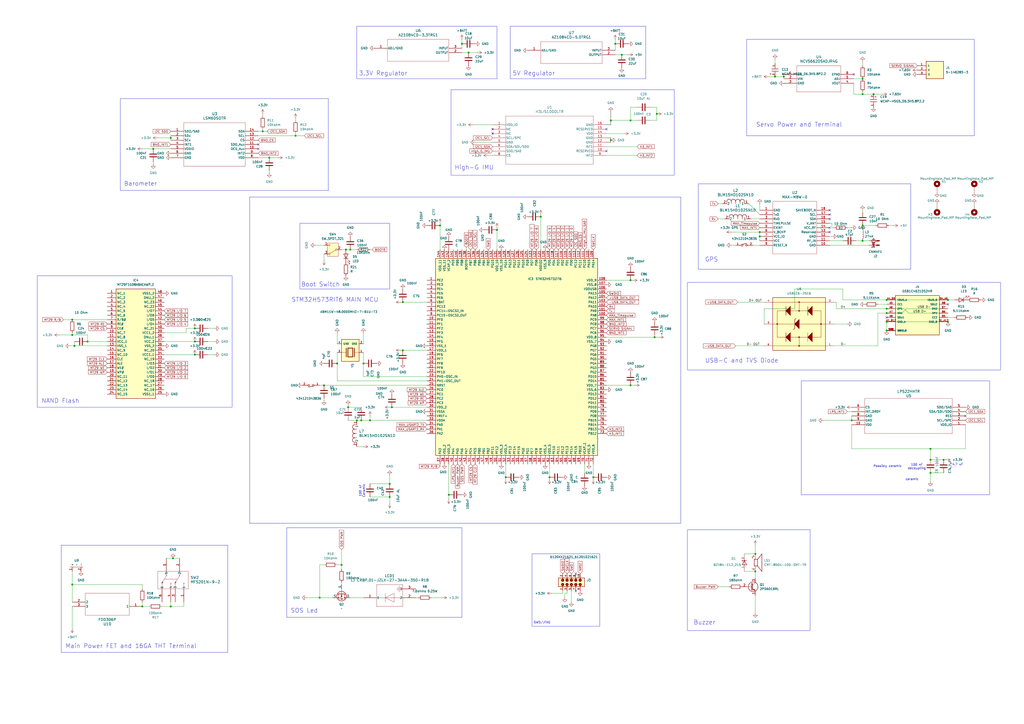
<source format=kicad_sch>
(kicad_sch (version 20250114) (generator "eeschema") (generator_version "9.0")
  (paper "A2")
  (lib_symbols
    (symbol "Device:C" (pin_numbers (hide yes)) (pin_names (offset 0.254))
      (property "Reference" "C" (at 0.635 2.54 0))
      (property "Value" "C" (at 0.635 -2.54 0))
      (symbol "C_1_1"
        (pin passive line (at 0 3.81 270) (length 2.794) (name "~") (number "1"))
        (pin passive line (at 0 -3.81 90) (length 2.794) (name "~") (number "2"))
      )
    )
    (symbol "Device:L" (pin_numbers (hide yes)) (pin_names (offset 1.016) (hide yes))
      (property "Reference" "L" (at -1.27 0 90))
      (property "Value" "L" (at 1.905 0 90))
      (symbol "L_1_1"
        (pin passive line (at 0 3.81 270) (length 1.27) (name "1") (number "1"))
        (pin passive line (at 0 -3.81 90) (length 1.27) (name "2") (number "2"))
      )
    )
    (symbol "Device:LED" (pin_numbers (hide yes)) (pin_names (offset 1.016) (hide yes))
      (property "Reference" "D" (at 0 2.54 0))
      (property "Value" "LED" (at 0 -2.54 0))
      (symbol "LED_1_1"
        (pin passive line (at -3.81 0 0) (length 2.54) (name "K") (number "1"))
        (pin passive line (at 3.81 0 180) (length 2.54) (name "A") (number "2"))
      )
    )
    (symbol "Device:R" (pin_numbers (hide yes)) (pin_names (offset 0))
      (property "Reference" "R" (at 2.032 0 90))
      (property "Value" "R" (at 0 0 90))
      (symbol "R_1_1"
        (pin passive line (at 0 3.81 270) (length 1.27) (name "~") (number "1"))
        (pin passive line (at 0 -3.81 90) (length 1.27) (name "~") (number "2"))
      )
    )
    (symbol "Group Rocket PCB Symbols:434121043836" (pin_names (offset 1.016))
      (property "Reference" "S" (at -0.635 2.54 0))
      (property "Value" "434121043836" (at 0 -3.81 0))
      (symbol "434121043836_0_0"
        (pin passive line (at -5.08 0 0) (length 2.54) (name "~") (number "1"))
        (pin passive line (at 5.08 0 180) (length 2.54) (name "~") (number "2"))
      )
    )
    (symbol "Group Rocket PCB Symbols:5-146285-3" (pin_names (offset 1.016))
      (property "Reference" "J" (at -5.58 5.08 0))
      (property "Value" "5-146285-3" (at -5.08 -7.62 0))
      (symbol "5-146285-3_0_0"
        (pin passive line (at -10.16 2.54 0) (length 5.08) (name "1") (number "1"))
        (pin passive line (at -10.16 0 0) (length 5.08) (name "2") (number "2"))
        (pin passive line (at -10.16 -2.54 0) (length 5.08) (name "3") (number "3"))
      )
    )
    (symbol "Group Rocket PCB Symbols:6120XX21621_61201021621" (pin_names (offset 1.016))
      (property "Reference" "J" (at -8.8 0.35 0))
      (property "Value" "6120XX21621_61201021621" (at 12.7 -12.7 0))
      (symbol "6120XX21621_61201021621_0_0"
        (pin passive line (at -5.08 5.08 270) (length 2.54) (name "~") (number "2"))
        (pin passive line (at -5.08 -5.08 90) (length 2.54) (name "~") (number "1"))
        (pin passive line (at -2.54 5.08 270) (length 2.54) (name "~") (number "4"))
        (pin passive line (at -2.54 -5.08 90) (length 2.54) (name "~") (number "3"))
        (pin passive line (at 0 5.08 270) (length 2.54) (name "~") (number "6"))
        (pin passive line (at 0 -5.08 90) (length 2.54) (name "~") (number "5"))
        (pin passive line (at 2.54 5.08 270) (length 2.54) (name "~") (number "8"))
        (pin passive line (at 2.54 -5.08 90) (length 2.54) (name "~") (number "7"))
        (pin passive line (at 5.08 5.08 270) (length 2.54) (name "~") (number "10"))
        (pin passive line (at 5.08 -5.08 90) (length 2.54) (name "~") (number "9"))
      )
    )
    (symbol "Group Rocket PCB Symbols:ABM11W-48.0000MHZ-7-B1U-T3" (pin_names (offset 1.016))
      (property "Reference" "Y" (at -5.0878 6.3559 0))
      (property "Value" "ABM11W-48.0000MHZ-7-B1U-T3" (at -16.51 -10.16 0))
      (symbol "ABM11W-48.0000MHZ-7-B1U-T3_0_0"
        (pin passive line (at -7.62 0 0) (length 2.54) (name "~") (number "1"))
        (pin power_in line (at -7.62 -5.08 0) (length 2.54) (name "GND") (number "2"))
        (pin passive line (at 7.62 0 180) (length 2.54) (name "~") (number "3"))
        (pin power_in line (at 7.62 -5.08 180) (length 2.54) (name "GND") (number "4"))
      )
    )
    (symbol "Group Rocket PCB Symbols:AZ1084CD-3.3TRG1" (pin_names (offset 0.254))
      (property "Reference" "U" (at 25.4 10.16 0))
      (property "Value" "AZ1084CD-3.3TRG1" (at 25.4 7.62 0))
      (symbol "AZ1084CD-3.3TRG1_0_1"
        (pin power_out line (at 0 0 0) (length 7.62) (name "ADJ/GND") (number "1"))
        (pin input line (at 50.8 0 180) (length 7.62) (name "INPUT") (number "3"))
        (pin output line (at 50.8 -2.54 180) (length 7.62) (name "OUTPUT") (number "2"))
      )
    )
    (symbol "Group Rocket PCB Symbols:BAT_16GA_THT_PAD"
      (property "Reference" "U" (at 0 3.81 0))
      (symbol "BAT_16GA_THT_PAD_1_1"
        (pin input line (at -2.54 -2.54 90) (length 2.54) (name "+") (number "1"))
        (pin input line (at 2.54 -2.54 90) (length 2.54) (name "-") (number "2"))
      )
    )
    (symbol "Group Rocket PCB Symbols:BZX84-C12_215" (pin_names (offset 1.016))
      (property "Reference" "D" (at -5.0835 2.4159 0))
      (property "Value" "BZX84-C12_215" (at -7.62 -3.81 0))
      (symbol "BZX84-C12_215_0_0"
        (pin passive line (at -5.08 0 0) (length 5.08) (name "~") (number "3"))
        (pin passive line (at 5.08 0 180) (length 5.08) (name "~") (number "1"))
      )
    )
    (symbol "Group Rocket PCB Symbols:CMT-8504-100-SMT-TR" (pin_names (offset 1.016))
      (property "Reference" "LS" (at -3.81 8.89 0))
      (property "Value" "CMT-8504-100-SMT-TR" (at -3.81 -10.16 0))
      (symbol "CMT-8504-100-SMT-TR_0_0"
        (text "+" (at -2.54 3.81 0) (effects (font (size 1.27 1.27)) (justify left top)))
        (text "-" (at -2.54 -2.54 0) (effects (font (size 1.27 1.27)) (justify left top)))
        (pin passive line (at 0 5.08 270) (length 2.54) (name "~") (number "P"))
        (pin passive line (at 0 -5.08 90) (length 2.54) (name "~") (number "N"))
      )
    )
    (symbol "Group Rocket PCB Symbols:FDD306P" (pin_names (offset 0.254))
      (property "Reference" "U" (at 0 11.43 0))
      (property "Value" "FDD306P" (at 0 8.89 0))
      (symbol "FDD306P_0_1"
        (pin unspecified line (at -20.32 1.27 0) (length 7.62) (name "1") (number "1"))
        (pin unspecified line (at 20.32 1.27 180) (length 7.62) (name "3") (number "3"))
        (pin unspecified line (at 20.32 -1.27 180) (length 7.62) (name "2") (number "2"))
      )
    )
    (symbol "Group Rocket PCB Symbols:GSB1C4621DS2HR" (pin_names (offset 1.016))
      (property "Reference" "J" (at -12.7 10.922 0))
      (property "Value" "GSB1C4621DS2HR" (at -8.89 11.43 0))
      (symbol "GSB1C4621DS2HR_0_0"
        (pin power_in line (at -17.78 7.62 0) (length 5.08) (name "VBUS_A") (number "A4_B9"))
        (pin bidirectional line (at -17.78 5.08 0) (length 5.08) (name "CC1") (number "A5"))
        (pin bidirectional line (at -17.78 2.54 0) (length 5.08) (name "DP1") (number "A6"))
        (pin bidirectional line (at -17.78 0 0) (length 5.08) (name "DN1") (number "A7"))
        (pin bidirectional line (at -17.78 -2.54 0) (length 5.08) (name "SBU1") (number "A8"))
        (pin power_in line (at -17.78 -5.08 0) (length 5.08) (name "GND_A") (number "A1_B12"))
        (pin passive line (at -17.78 -10.16 0) (length 5.08) (name "SHIELD") (number "SH1"))
        (pin passive line (at -17.78 -10.16 0) (length 5.08) (name "SHIELD") (number "SH2"))
        (pin passive line (at -17.78 -10.16 0) (length 5.08) (name "SHIELD") (number "SH3"))
        (pin passive line (at -17.78 -10.16 0) (length 5.08) (name "SHIELD") (number "SH4"))
        (pin power_in line (at 17.78 7.62 180) (length 5.08) (name "VBUS_B") (number "B4_A9"))
        (pin bidirectional line (at 17.78 5.08 180) (length 5.08) (name "SBU2") (number "B8"))
        (pin bidirectional line (at 17.78 2.54 180) (length 5.08) (name "DN2") (number "B7"))
        (pin bidirectional line (at 17.78 0 180) (length 5.08) (name "DP2") (number "B6"))
        (pin bidirectional line (at 17.78 -2.54 180) (length 5.08) (name "CC2") (number "B5"))
        (pin power_in line (at 17.78 -5.08 180) (length 5.08) (name "GND_B") (number "B1_A12"))
      )
    )
    (symbol "Group Rocket PCB Symbols:LJ_CRBP.01-JZLX-27-3A4A-350-R18" (pin_names (offset 0.254))
      (property "Reference" "LED" (at 15.24 12.7 0))
      (property "Value" "LJ CRBP.01-JZLX-27-3A4A-350-R18" (at 20.32 10.16 0))
      (symbol "LJ_CRBP.01-JZLX-27-3A4A-350-R18_0_1"
        (pin unspecified line (at 0 0 0) (length 7.62) (name "1") (number "1"))
        (pin unspecified line (at 30.48 5.08 180) (length 7.62) (name "3") (number "3"))
        (pin unspecified line (at 30.48 0 180) (length 7.62) (name "2") (number "2"))
      )
    )
    (symbol "Group Rocket PCB Symbols:LPS22HHTR" (pin_names (offset 0.254))
      (property "Reference" "U" (at 0 15.24 0))
      (property "Value" "LPS22HHTR" (at 0 12.7 0))
      (symbol "LPS22HHTR_0_1"
        (pin power_in line (at -33.02 5.08 0) (length 7.62) (name "VDD_IO") (number "1"))
        (pin unspecified line (at -33.02 2.54 0) (length 7.62) (name "SCL/SPC") (number "2"))
        (pin unspecified line (at -33.02 0 0) (length 7.62) (name "RES") (number "3"))
        (pin unspecified line (at -33.02 -2.54 0) (length 7.62) (name "SDA/SDI/SDO") (number "4"))
        (pin unspecified line (at -33.02 -5.08 0) (length 7.62) (name "SDO/SA0") (number "5"))
        (pin power_in line (at 33.02 5.08 180) (length 7.62) (name "VDD") (number "10"))
        (pin power_out line (at 33.02 2.54 180) (length 7.62) (name "GND") (number "9"))
        (pin power_out line (at 33.02 0 180) (length 7.62) (name "GND") (number "8"))
        (pin unspecified line (at 33.02 -2.54 180) (length 7.62) (name "INT_DRDY") (number "7"))
        (pin unspecified line (at 33.02 -5.08 180) (length 7.62) (name "CS") (number "6"))
      )
    )
    (symbol "Group Rocket PCB Symbols:LSM6DSOTR" (pin_names (offset 0.254))
      (property "Reference" "U" (at 25.4 10.16 0))
      (property "Value" "LSM6DSOTR" (at 25.4 7.62 0))
      (symbol "LSM6DSOTR_0_1"
        (pin bidirectional line (at 0 0 0) (length 7.62) (name "SDO/SA0") (number "1"))
        (pin bidirectional line (at 0 -2.54 0) (length 7.62) (name "SDx") (number "2"))
        (pin bidirectional line (at 0 -5.08 0) (length 7.62) (name "SCx") (number "3"))
        (pin output line (at 0 -7.62 0) (length 7.62) (name "INT1") (number "4"))
        (pin power_in line (at 0 -10.16 0) (length 7.62) (name "VDDIO") (number "5"))
        (pin power_out line (at 0 -12.7 0) (length 7.62) (name "GND") (number "6"))
        (pin power_out line (at 0 -15.24 0) (length 7.62) (name "GND") (number "7"))
        (pin bidirectional line (at 50.8 0 180) (length 7.62) (name "SDA") (number "14"))
        (pin input line (at 50.8 -2.54 180) (length 7.62) (name "SCL") (number "13"))
        (pin input line (at 50.8 -5.08 180) (length 7.62) (name "CS") (number "12"))
        (pin bidirectional line (at 50.8 -7.62 180) (length 7.62) (name "SDO_Aux") (number "11"))
        (pin bidirectional line (at 50.8 -10.16 180) (length 7.62) (name "OCS_Aux") (number "10"))
        (pin output line (at 50.8 -12.7 180) (length 7.62) (name "INT2") (number "9"))
        (pin power_in line (at 50.8 -15.24 180) (length 7.62) (name "VDD") (number "8"))
      )
    )
    (symbol "Group Rocket PCB Symbols:MFS201N-9-Z" (pin_names (offset 0.254))
      (property "Reference" "SW" (at 0 13.97 0))
      (property "Value" "MFS201N-9-Z" (at 0 11.43 0))
      (symbol "MFS201N-9-Z_0_1"
        (pin unspecified line (at -12.7 3.81 0) (length 7.62) (name "2") (number "2"))
        (pin unspecified line (at -12.7 -3.81 0) (length 7.62) (name "5") (number "5"))
        (pin unspecified line (at 12.7 6.35 180) (length 7.62) (name "1") (number "1"))
        (pin unspecified line (at 12.7 1.27 180) (length 7.62) (name "3") (number "3"))
        (pin unspecified line (at 12.7 -1.27 180) (length 7.62) (name "4") (number "4"))
        (pin unspecified line (at 12.7 -6.35 180) (length 7.62) (name "6") (number "6"))
      )
    )
    (symbol "Group Rocket PCB Symbols:NCV5662DSADJR4G" (pin_names (offset 0.254))
      (property "Reference" "U" (at 20.32 10.16 0))
      (property "Value" "NCV5662DSADJR4G" (at 20.32 7.62 0))
      (symbol "NCV5662DSADJR4G_0_1"
        (pin unspecified line (at 0 0 0) (length 7.62) (name "EN") (number "1"))
        (pin input line (at 0 -2.54 0) (length 7.62) (name "VIN") (number "2"))
        (pin power_in line (at 0 -5.08 0) (length 7.62) (name "GND") (number "3"))
        (pin unspecified line (at 40.64 0 180) (length 7.62) (name "EPAD") (number "6"))
        (pin output line (at 40.64 -2.54 180) (length 7.62) (name "ADJ") (number "5"))
        (pin output line (at 40.64 -5.08 180) (length 7.62) (name "VOUT") (number "4"))
      )
    )
    (symbol "Group Rocket PCB Symbols:USBLC6-2SC6" (pin_names (offset 1.016))
      (property "Reference" "U" (at -15.2693 17.8093 0))
      (property "Value" "USBLC6-2SC6" (at -7.62 -16.51 0))
      (symbol "USBLC6-2SC6_0_0"
        (pin bidirectional line (at -20.32 12.7 0) (length 5.08) (name "~") (number "1"))
        (pin power_in line (at -20.32 0 0) (length 5.08) (name "~") (number "2"))
        (pin bidirectional line (at -20.32 -12.7 0) (length 5.08) (name "~") (number "3"))
        (pin bidirectional line (at 20.32 12.7 180) (length 5.08) (name "~") (number "6"))
        (pin power_in line (at 20.32 0 180) (length 5.08) (name "~") (number "5"))
        (pin bidirectional line (at 20.32 -12.7 180) (length 5.08) (name "~") (number "4"))
      )
    )
    (symbol "Group Rocket PCB Symbols:WCAP-HSG5_D6.3H5.8P2.2" (pin_names (offset 1.016))
      (property "Reference" "C" (at 1.175 3.38 0))
      (property "Value" "WCAP-HSG5_D6.3H5.8P2.2" (at 1.27 -3.81 0))
      (symbol "WCAP-HSG5_D6.3H5.8P2.2_0_0"
        (text "+" (at 2.54 -1.905 0) (effects (font (size 1.4224 1.4224)) (justify left bottom)))
        (pin passive line (at -2.54 0 0) (length 2.54) (name "~") (number "1"))
        (pin passive line (at 5.08 0 180) (length 2.54) (name "~") (number "2"))
      )
    )
    (symbol "Group Rocket Symbol Library:BLM15HD102SN1D" (pin_names (offset 0.254))
      (property "Reference" "L" (at 0 3.81 0))
      (property "Value" "BLM15HD102SN1D" (at -0.635 -2.54 0))
      (symbol "BLM15HD102SN1D_1_1"
        (pin unspecified line (at -7.62 0 0) (length 2.54) (name "2") (number "2"))
        (pin unspecified line (at 7.62 0 180) (length 2.54) (name "1") (number "1"))
      )
      (symbol "BLM15HD102SN1D_1_2"
        (pin unspecified line (at 0 15.24 270) (length 2.54) (name "1") (number "1"))
        (pin unspecified line (at 0 0 90) (length 2.54) (name "2") (number "2"))
      )
    )
    (symbol "Group Rocket Symbol Library:CONMHF1-SMD-G-T" (pin_names (offset 1.016))
      (property "Reference" "J" (at -2.54 1.27 0))
      (property "Value" "CNMHF1" (at -4.064 -6.858 0))
      (symbol "CONMHF1-SMD-G-T_0_0"
        (pin passive line (at -2.54 0 0) (length 5.08) (name "~") (number "1"))
        (pin passive line (at -2.54 -2.54 0) (length 5.08) (name "~") (number "S1"))
      )
    )
    (symbol "Group Rocket Symbol Library:MAX-M8W-0" (pin_names (offset 0.254))
      (property "Reference" "U" (at 0 19.05 0))
      (property "Value" "MAX-M8W-0" (at 0 16.51 0))
      (symbol "MAX-M8W-0_1_1"
        (pin unspecified line (at -20.32 8.89 0) (length 7.62) (name "GND") (number "1"))
        (pin unspecified line (at -20.32 6.35 0) (length 7.62) (name "TxD") (number "2"))
        (pin unspecified line (at -20.32 3.81 0) (length 7.62) (name "RxD") (number "3"))
        (pin unspecified line (at -20.32 1.27 0) (length 7.62) (name "TIMEPULSE") (number "4"))
        (pin unspecified line (at -20.32 -1.27 0) (length 7.62) (name "EXINT") (number "5"))
        (pin unspecified line (at -20.32 -3.81 0) (length 7.62) (name "V_BCKP") (number "6"))
        (pin unspecified line (at -20.32 -6.35 0) (length 7.62) (name "VCC_IO") (number "7"))
        (pin unspecified line (at -20.32 -8.89 0) (length 7.62) (name "VCC") (number "8"))
        (pin unspecified line (at -20.32 -11.43 0) (length 7.62) (name "RESET_N") (number "9"))
        (pin unspecified line (at 20.32 8.89 180) (length 7.62) (name "SAVEBOOT_N") (number "18"))
        (pin unspecified line (at 20.32 6.35 180) (length 7.62) (name "SCL") (number "17"))
        (pin unspecified line (at 20.32 3.81 180) (length 7.62) (name "SDA") (number "16"))
        (pin unspecified line (at 20.32 1.27 180) (length 7.62) (name "V_ANT") (number "15"))
        (pin unspecified line (at 20.32 -1.27 180) (length 7.62) (name "VCC_RF") (number "14"))
        (pin unspecified line (at 20.32 -3.81 180) (length 7.62) (name "Reserved") (number "13"))
        (pin unspecified line (at 20.32 -6.35 180) (length 7.62) (name "GND") (number "12"))
        (pin unspecified line (at 20.32 -8.89 180) (length 7.62) (name "RF_IN") (number "11"))
        (pin unspecified line (at 20.32 -11.43 180) (length 7.62) (name "GND") (number "10"))
      )
    )
    (symbol "Mechanical:MountingHole_Pad_MP" (pin_numbers (hide yes)) (pin_names (offset 1.016) (hide yes)) (exclude_from_sim yes) (in_bom no)
      (property "Reference" "H" (at 0 6.35 0))
      (property "Value" "MountingHole_Pad_MP" (at 0 4.445 0))
      (symbol "MountingHole_Pad_MP_1_1"
        (pin input line (at 0 -2.54 90) (length 2.54) (name "MP") (number "MP"))
      )
    )
    (symbol "Rocket Club 2025 Parts Symbols:MT29F1G08ABAEAWP_E"
      (property "Reference" "IC" (at 29.21 7.62 0))
      (property "Value" "MT29F1G08ABAEAWP_E" (at 29.21 5.08 0))
      (symbol "MT29F1G08ABAEAWP_E_1_1"
        (pin passive line (at 0 0 0) (length 5.08) (name "NC_1") (number "1"))
        (pin passive line (at 0 -2.54 0) (length 5.08) (name "NC_2") (number "2"))
        (pin passive line (at 0 -5.08 0) (length 5.08) (name "NC_3") (number "3"))
        (pin passive line (at 0 -7.62 0) (length 5.08) (name "NC_4") (number "4"))
        (pin passive line (at 0 -10.16 0) (length 5.08) (name "NC_5") (number "5"))
        (pin passive line (at 0 -12.7 0) (length 5.08) (name "NC_6") (number "6"))
        (pin passive line (at 0 -15.24 0) (length 5.08) (name "R/B#") (number "7"))
        (pin passive line (at 0 -17.78 0) (length 5.08) (name "RE#") (number "8"))
        (pin passive line (at 0 -20.32 0) (length 5.08) (name "CE#") (number "9"))
        (pin passive line (at 0 -22.86 0) (length 5.08) (name "NC_7") (number "10"))
        (pin passive line (at 0 -25.4 0) (length 5.08) (name "NC_8") (number "11"))
        (pin passive line (at 0 -27.94 0) (length 5.08) (name "VCC_1") (number "12"))
        (pin passive line (at 0 -30.48 0) (length 5.08) (name "VSS_1") (number "13"))
        (pin passive line (at 0 -33.02 0) (length 5.08) (name "NC_9") (number "14"))
        (pin passive line (at 0 -35.56 0) (length 5.08) (name "NC_10") (number "15"))
        (pin passive line (at 0 -38.1 0) (length 5.08) (name "CLE") (number "16"))
        (pin passive line (at 0 -40.64 0) (length 5.08) (name "ALE") (number "17"))
        (pin passive line (at 0 -43.18 0) (length 5.08) (name "WE#") (number "18"))
        (pin passive line (at 0 -45.72 0) (length 5.08) (name "WP#") (number "19"))
        (pin passive line (at 0 -48.26 0) (length 5.08) (name "NC_11") (number "20"))
        (pin passive line (at 0 -50.8 0) (length 5.08) (name "NC_12") (number "21"))
        (pin passive line (at 0 -53.34 0) (length 5.08) (name "NC_13") (number "22"))
        (pin passive line (at 0 -55.88 0) (length 5.08) (name "NC_14") (number "23"))
        (pin passive line (at 0 -58.42 0) (length 5.08) (name "NC_15") (number "24"))
        (pin passive line (at 33.02 0 180) (length 5.08) (name "VSS1_2") (number "48"))
        (pin passive line (at 33.02 -2.54 180) (length 5.08) (name "DNU_2") (number "47"))
        (pin passive line (at 33.02 -5.08 180) (length 5.08) (name "NC_23") (number "46"))
        (pin passive line (at 33.02 -7.62 180) (length 5.08) (name "NC_22") (number "45"))
        (pin passive line (at 33.02 -10.16 180) (length 5.08) (name "I/O7") (number "44"))
        (pin passive line (at 33.02 -12.7 180) (length 5.08) (name "I/O6") (number "43"))
        (pin passive line (at 33.02 -15.24 180) (length 5.08) (name "I/O5") (number "42"))
        (pin passive line (at 33.02 -17.78 180) (length 5.08) (name "I/O4") (number "41"))
        (pin passive line (at 33.02 -20.32 180) (length 5.08) (name "NC_21") (number "40"))
        (pin passive line (at 33.02 -22.86 180) (length 5.08) (name "VCC1_2") (number "39"))
        (pin passive line (at 33.02 -25.4 180) (length 5.08) (name "DNU_1") (number "38"))
        (pin passive line (at 33.02 -27.94 180) (length 5.08) (name "VCC_2") (number "37"))
        (pin passive line (at 33.02 -30.48 180) (length 5.08) (name "VSS_2") (number "36"))
        (pin passive line (at 33.02 -33.02 180) (length 5.08) (name "NC_20") (number "35"))
        (pin passive line (at 33.02 -35.56 180) (length 5.08) (name "VCC1_1") (number "34"))
        (pin passive line (at 33.02 -38.1 180) (length 5.08) (name "NC_19") (number "33"))
        (pin passive line (at 33.02 -40.64 180) (length 5.08) (name "I/O3") (number "32"))
        (pin passive line (at 33.02 -43.18 180) (length 5.08) (name "I/O2") (number "31"))
        (pin passive line (at 33.02 -45.72 180) (length 5.08) (name "I/O1") (number "30"))
        (pin passive line (at 33.02 -48.26 180) (length 5.08) (name "I/O0") (number "29"))
        (pin passive line (at 33.02 -50.8 180) (length 5.08) (name "NC_18") (number "28"))
        (pin passive line (at 33.02 -53.34 180) (length 5.08) (name "NC_17") (number "27"))
        (pin passive line (at 33.02 -55.88 180) (length 5.08) (name "NC_16") (number "26"))
        (pin passive line (at 33.02 -58.42 180) (length 5.08) (name "VSS1_1") (number "25"))
      )
    )
    (symbol "Rocket Club 2025 Parts Symbols:STM32H573ZIT6"
      (property "Reference" "IC" (at 68.834 -5.334 0))
      (property "Value" "STM32H573ZIT6" (at 49.53 -5.334 0))
      (symbol "STM32H573ZIT6_1_1"
        (pin passive line (at 0 0 0) (length 5.08) (name "PE2") (number "1"))
        (pin passive line (at 0 -2.54 0) (length 5.08) (name "PE3") (number "2"))
        (pin passive line (at 0 -5.08 0) (length 5.08) (name "PE4") (number "3"))
        (pin passive line (at 0 -7.62 0) (length 5.08) (name "PE5") (number "4"))
        (pin passive line (at 0 -10.16 0) (length 5.08) (name "PE6") (number "5"))
        (pin passive line (at 0 -12.7 0) (length 5.08) (name "VBAT") (number "6"))
        (pin passive line (at 0 -15.24 0) (length 5.08) (name "PC13") (number "7"))
        (pin passive line (at 0 -17.78 0) (length 5.08) (name "PC14-OSC32_IN") (number "8"))
        (pin passive line (at 0 -20.32 0) (length 5.08) (name "PC15-OSC32_OUT") (number "9"))
        (pin passive line (at 0 -22.86 0) (length 5.08) (name "PF0") (number "10"))
        (pin passive line (at 0 -25.4 0) (length 5.08) (name "PF1") (number "11"))
        (pin passive line (at 0 -27.94 0) (length 5.08) (name "PF2") (number "12"))
        (pin passive line (at 0 -30.48 0) (length 5.08) (name "PF3") (number "13"))
        (pin passive line (at 0 -33.02 0) (length 5.08) (name "PF4") (number "14"))
        (pin passive line (at 0 -35.56 0) (length 5.08) (name "PF5") (number "15"))
        (pin passive line (at 0 -38.1 0) (length 5.08) (name "VSS_1") (number "16"))
        (pin passive line (at 0 -40.64 0) (length 5.08) (name "VDD_1") (number "17"))
        (pin passive line (at 0 -43.18 0) (length 5.08) (name "PF6") (number "18"))
        (pin passive line (at 0 -45.72 0) (length 5.08) (name "PF7") (number "19"))
        (pin passive line (at 0 -48.26 0) (length 5.08) (name "PF8") (number "20"))
        (pin passive line (at 0 -50.8 0) (length 5.08) (name "PF9") (number "21"))
        (pin passive line (at 0 -53.34 0) (length 5.08) (name "PF10") (number "22"))
        (pin passive line (at 0 -55.88 0) (length 5.08) (name "PH0-OSC_IN") (number "23"))
        (pin passive line (at 0 -58.42 0) (length 5.08) (name "PH1-OSC_OUT") (number "24"))
        (pin passive line (at 0 -60.96 0) (length 5.08) (name "NRST") (number "25"))
        (pin passive line (at 0 -63.5 0) (length 5.08) (name "PC0") (number "26"))
        (pin passive line (at 0 -66.04 0) (length 5.08) (name "PC1") (number "27"))
        (pin passive line (at 0 -68.58 0) (length 5.08) (name "PC2") (number "28"))
        (pin passive line (at 0 -71.12 0) (length 5.08) (name "PC3") (number "29"))
        (pin passive line (at 0 -73.66 0) (length 5.08) (name "VDD_2") (number "30"))
        (pin passive line (at 0 -76.2 0) (length 5.08) (name "VSSA") (number "31"))
        (pin passive line (at 0 -78.74 0) (length 5.08) (name "VREF+") (number "32"))
        (pin passive line (at 0 -81.28 0) (length 5.08) (name "VDDA") (number "33"))
        (pin passive line (at 0 -83.82 0) (length 5.08) (name "PA0") (number "34"))
        (pin passive line (at 0 -86.36 0) (length 5.08) (name "PA1") (number "35"))
        (pin passive line (at 0 -88.9 0) (length 5.08) (name "PA2") (number "36"))
        (pin passive line (at 7.62 17.78 270) (length 5.08) (name "VDD_11") (number "144"))
        (pin passive line (at 7.62 -106.68 90) (length 5.08) (name "PA3") (number "37"))
        (pin passive line (at 10.16 17.78 270) (length 5.08) (name "VSS_11") (number "143"))
        (pin passive line (at 10.16 -106.68 90) (length 5.08) (name "VSS_2") (number "38"))
        (pin passive line (at 12.7 17.78 270) (length 5.08) (name "VCAP_2") (number "142"))
        (pin passive line (at 12.7 -106.68 90) (length 5.08) (name "VDD_3") (number "39"))
        (pin passive line (at 15.24 17.78 270) (length 5.08) (name "PE0") (number "141"))
        (pin passive line (at 15.24 -106.68 90) (length 5.08) (name "PA4") (number "40"))
        (pin passive line (at 17.78 17.78 270) (length 5.08) (name "PB9") (number "140"))
        (pin passive line (at 17.78 -106.68 90) (length 5.08) (name "PA5") (number "41"))
        (pin passive line (at 20.32 17.78 270) (length 5.08) (name "PB8") (number "139"))
        (pin passive line (at 20.32 -106.68 90) (length 5.08) (name "PA6") (number "42"))
        (pin passive line (at 22.86 17.78 270) (length 5.08) (name "BOOT0") (number "138"))
        (pin passive line (at 22.86 -106.68 90) (length 5.08) (name "PA7") (number "43"))
        (pin passive line (at 25.4 17.78 270) (length 5.08) (name "PB7") (number "137"))
        (pin passive line (at 25.4 -106.68 90) (length 5.08) (name "PC4") (number "44"))
        (pin passive line (at 27.94 17.78 270) (length 5.08) (name "PB6") (number "136"))
        (pin passive line (at 27.94 -106.68 90) (length 5.08) (name "PC5") (number "45"))
        (pin passive line (at 30.48 17.78 270) (length 5.08) (name "PB5") (number "135"))
        (pin passive line (at 30.48 -106.68 90) (length 5.08) (name "PB0") (number "46"))
        (pin passive line (at 33.02 17.78 270) (length 5.08) (name "PB4") (number "134"))
        (pin passive line (at 33.02 -106.68 90) (length 5.08) (name "PB1") (number "47"))
        (pin passive line (at 35.56 17.78 270) (length 5.08) (name "PB3") (number "133"))
        (pin passive line (at 35.56 -106.68 90) (length 5.08) (name "PB2") (number "48"))
        (pin passive line (at 38.1 17.78 270) (length 5.08) (name "PG15") (number "132"))
        (pin passive line (at 38.1 -106.68 90) (length 5.08) (name "PF11") (number "49"))
        (pin passive line (at 40.64 17.78 270) (length 5.08) (name "VDD_10") (number "131"))
        (pin passive line (at 40.64 -106.68 90) (length 5.08) (name "PF12") (number "50"))
        (pin passive line (at 43.18 17.78 270) (length 5.08) (name "VSS_10") (number "130"))
        (pin passive line (at 43.18 -106.68 90) (length 5.08) (name "VSS_3") (number "51"))
        (pin passive line (at 45.72 17.78 270) (length 5.08) (name "PG14") (number "129"))
        (pin passive line (at 45.72 -106.68 90) (length 5.08) (name "VDD_4") (number "52"))
        (pin passive line (at 48.26 17.78 270) (length 5.08) (name "PG13") (number "128"))
        (pin passive line (at 48.26 -106.68 90) (length 5.08) (name "PF13") (number "53"))
        (pin passive line (at 50.8 17.78 270) (length 5.08) (name "PG12") (number "127"))
        (pin passive line (at 50.8 -106.68 90) (length 5.08) (name "PF14") (number "54"))
        (pin passive line (at 53.34 17.78 270) (length 5.08) (name "PG11") (number "126"))
        (pin passive line (at 53.34 -106.68 90) (length 5.08) (name "PF15") (number "55"))
        (pin passive line (at 55.88 17.78 270) (length 5.08) (name "PG10") (number "125"))
        (pin passive line (at 55.88 -106.68 90) (length 5.08) (name "PG0") (number "56"))
        (pin passive line (at 58.42 17.78 270) (length 5.08) (name "PG9") (number "124"))
        (pin passive line (at 58.42 -106.68 90) (length 5.08) (name "PG1") (number "57"))
        (pin passive line (at 60.96 17.78 270) (length 5.08) (name "PD7") (number "123"))
        (pin passive line (at 60.96 -106.68 90) (length 5.08) (name "PE7") (number "58"))
        (pin passive line (at 63.5 17.78 270) (length 5.08) (name "PD6") (number "122"))
        (pin passive line (at 63.5 -106.68 90) (length 5.08) (name "PE8") (number "59"))
        (pin passive line (at 66.04 17.78 270) (length 5.08) (name "VDDIO2") (number "121"))
        (pin passive line (at 66.04 -106.68 90) (length 5.08) (name "PE9") (number "60"))
        (pin passive line (at 68.58 17.78 270) (length 5.08) (name "VSS_9") (number "120"))
        (pin passive line (at 68.58 -106.68 90) (length 5.08) (name "VSS_4") (number "61"))
        (pin passive line (at 71.12 17.78 270) (length 5.08) (name "PD5") (number "119"))
        (pin passive line (at 71.12 -106.68 90) (length 5.08) (name "VDD_5") (number "62"))
        (pin passive line (at 73.66 17.78 270) (length 5.08) (name "PD4") (number "118"))
        (pin passive line (at 73.66 -106.68 90) (length 5.08) (name "PE10") (number "63"))
        (pin passive line (at 76.2 17.78 270) (length 5.08) (name "PD3") (number "117"))
        (pin passive line (at 76.2 -106.68 90) (length 5.08) (name "PE11") (number "64"))
        (pin passive line (at 78.74 17.78 270) (length 5.08) (name "PD2") (number "116"))
        (pin passive line (at 78.74 -106.68 90) (length 5.08) (name "PE12") (number "65"))
        (pin passive line (at 81.28 17.78 270) (length 5.08) (name "PD1") (number "115"))
        (pin passive line (at 81.28 -106.68 90) (length 5.08) (name "PE13") (number "66"))
        (pin passive line (at 83.82 17.78 270) (length 5.08) (name "PD0") (number "114"))
        (pin passive line (at 83.82 -106.68 90) (length 5.08) (name "PE14") (number "67"))
        (pin passive line (at 86.36 17.78 270) (length 5.08) (name "PC12") (number "113"))
        (pin passive line (at 86.36 -106.68 90) (length 5.08) (name "PE15") (number "68"))
        (pin passive line (at 88.9 17.78 270) (length 5.08) (name "PC11") (number "112"))
        (pin passive line (at 88.9 -106.68 90) (length 5.08) (name "PB10") (number "69"))
        (pin passive line (at 91.44 17.78 270) (length 5.08) (name "PC10") (number "111"))
        (pin passive line (at 91.44 -106.68 90) (length 5.08) (name "VCAP_1") (number "70"))
        (pin passive line (at 93.98 17.78 270) (length 5.08) (name "PA15") (number "110"))
        (pin passive line (at 93.98 -106.68 90) (length 5.08) (name "VSS_5") (number "71"))
        (pin passive line (at 96.52 17.78 270) (length 5.08) (name "PA14") (number "109"))
        (pin passive line (at 96.52 -106.68 90) (length 5.08) (name "VDD_6") (number "72"))
        (pin passive line (at 104.14 0 180) (length 5.08) (name "VDD_9") (number "108"))
        (pin passive line (at 104.14 -2.54 180) (length 5.08) (name "VSS_8") (number "107"))
        (pin passive line (at 104.14 -5.08 180) (length 5.08) (name "VDDUSB") (number "106"))
        (pin passive line (at 104.14 -7.62 180) (length 5.08) (name "PA13") (number "105"))
        (pin passive line (at 104.14 -10.16 180) (length 5.08) (name "PA12") (number "104"))
        (pin passive line (at 104.14 -12.7 180) (length 5.08) (name "PA11") (number "103"))
        (pin passive line (at 104.14 -15.24 180) (length 5.08) (name "PA10") (number "102"))
        (pin passive line (at 104.14 -17.78 180) (length 5.08) (name "PA9") (number "101"))
        (pin passive line (at 104.14 -20.32 180) (length 5.08) (name "PA8") (number "100"))
        (pin passive line (at 104.14 -22.86 180) (length 5.08) (name "PC9") (number "99"))
        (pin passive line (at 104.14 -25.4 180) (length 5.08) (name "PC8") (number "98"))
        (pin passive line (at 104.14 -27.94 180) (length 5.08) (name "PC7") (number "97"))
        (pin passive line (at 104.14 -30.48 180) (length 5.08) (name "PC6") (number "96"))
        (pin passive line (at 104.14 -33.02 180) (length 5.08) (name "VDD_8") (number "95"))
        (pin passive line (at 104.14 -35.56 180) (length 5.08) (name "VSS_7") (number "94"))
        (pin passive line (at 104.14 -38.1 180) (length 5.08) (name "PG8") (number "93"))
        (pin passive line (at 104.14 -40.64 180) (length 5.08) (name "PG7") (number "92"))
        (pin passive line (at 104.14 -43.18 180) (length 5.08) (name "PG6") (number "91"))
        (pin passive line (at 104.14 -45.72 180) (length 5.08) (name "PG5") (number "90"))
        (pin passive line (at 104.14 -48.26 180) (length 5.08) (name "PG4") (number "89"))
        (pin passive line (at 104.14 -50.8 180) (length 5.08) (name "PG3") (number "88"))
        (pin passive line (at 104.14 -53.34 180) (length 5.08) (name "PG2") (number "87"))
        (pin passive line (at 104.14 -55.88 180) (length 5.08) (name "PD15") (number "86"))
        (pin passive line (at 104.14 -58.42 180) (length 5.08) (name "PD14") (number "85"))
        (pin passive line (at 104.14 -60.96 180) (length 5.08) (name "VDD_7") (number "84"))
        (pin passive line (at 104.14 -63.5 180) (length 5.08) (name "VSS_6") (number "83"))
        (pin passive line (at 104.14 -66.04 180) (length 5.08) (name "PD13") (number "82"))
        (pin passive line (at 104.14 -68.58 180) (length 5.08) (name "PD12") (number "81"))
        (pin passive line (at 104.14 -71.12 180) (length 5.08) (name "PD11") (number "80"))
        (pin passive line (at 104.14 -73.66 180) (length 5.08) (name "PD10") (number "79"))
        (pin passive line (at 104.14 -76.2 180) (length 5.08) (name "PD9") (number "78"))
        (pin passive line (at 104.14 -78.74 180) (length 5.08) (name "PD8") (number "77"))
        (pin passive line (at 104.14 -81.28 180) (length 5.08) (name "PB15") (number "76"))
        (pin passive line (at 104.14 -83.82 180) (length 5.08) (name "PB14") (number "75"))
        (pin passive line (at 104.14 -86.36 180) (length 5.08) (name "PB13") (number "74"))
        (pin passive line (at 104.14 -88.9 180) (length 5.08) (name "PB12") (number "73"))
      )
    )
    (symbol "Rocket Club 2025 Parts Symbols_Including_Full_Stm32:H3LIS100DLTR" (pin_names (offset 0.254))
      (property "Reference" "U" (at 33.02 10.16 0))
      (property "Value" "H3LIS100DLTR" (at 33.02 7.62 0))
      (symbol "H3LIS100DLTR_0_1"
        (pin power_in line (at 0 0 0) (length 7.62) (name "VDD_IO") (number "1"))
        (pin no_connect line (at 0 -2.54 0) (length 7.62) (name "NC") (number "2"))
        (pin no_connect line (at 0 -5.08 0) (length 7.62) (name "NC") (number "3"))
        (pin bidirectional line (at 0 -7.62 0) (length 7.62) (name "SCL/SPC") (number "4"))
        (pin power_in line (at 0 -10.16 0) (length 7.62) (name "GND") (number "5"))
        (pin bidirectional line (at 0 -12.7 0) (length 7.62) (name "SDA/SDI/SDO") (number "6"))
        (pin bidirectional line (at 0 -15.24 0) (length 7.62) (name "SDO/SA0") (number "7"))
        (pin bidirectional line (at 0 -17.78 0) (length 7.62) (name "CS") (number "8"))
        (pin power_in line (at 66.04 0 180) (length 7.62) (name "GND") (number "16"))
        (pin unspecified line (at 66.04 -2.54 180) (length 7.62) (name "RESERVED") (number "15"))
        (pin power_in line (at 66.04 -5.08 180) (length 7.62) (name "VDD") (number "14"))
        (pin power_in line (at 66.04 -7.62 180) (length 7.62) (name "GND") (number "13"))
        (pin power_in line (at 66.04 -10.16 180) (length 7.62) (name "GND") (number "12"))
        (pin bidirectional line (at 66.04 -12.7 180) (length 7.62) (name "INT1") (number "11"))
        (pin unspecified line (at 66.04 -15.24 180) (length 7.62) (name "RESERVED") (number "10"))
        (pin bidirectional line (at 66.04 -17.78 180) (length 7.62) (name "INT2") (number "9"))
      )
    )
    (symbol "Simulation_SPICE:NMOS" (pin_numbers (hide yes)) (pin_names (offset 0))
      (property "Reference" "Q" (at 5.08 1.27 0))
      (property "Value" "NMOS" (at 5.08 -1.27 0))
      (symbol "NMOS_1_1"
        (pin input line (at -5.08 0 0) (length 2.54) (name "G") (number "2"))
        (pin passive line (at 2.54 5.08 270) (length 2.54) (name "D") (number "1"))
        (pin passive line (at 2.54 -5.08 90) (length 2.54) (name "S") (number "3"))
      )
    )
    (symbol "Switch:SW_SPDT_321" (pin_names (offset 1) (hide yes))
      (property "Reference" "SW" (at 0 5.08 0))
      (property "Value" "SW_SPDT_321" (at 0 -5.08 0))
      (symbol "SW_SPDT_321_1_1"
        (pin passive line (at -5.08 0 0) (length 2.54) (name "B") (number "2"))
        (pin passive line (at 5.08 2.54 180) (length 2.54) (name "A") (number "3"))
        (pin passive line (at 5.08 -2.54 180) (length 2.54) (name "C") (number "1"))
      )
    )
    (symbol "Transistor_BJT:BC107" (pin_names (offset 0) (hide yes))
      (property "Reference" "Q" (at 5.08 1.905 0))
      (property "Value" "BC107" (at 5.08 0 0))
      (symbol "BC107_1_1"
        (pin input line (at -5.08 0 0) (length 2.54) (name "B") (number "2"))
        (pin passive line (at 2.54 5.08 270) (length 2.54) (name "C") (number "3"))
        (pin passive line (at 2.54 -5.08 90) (length 2.54) (name "E") (number "1"))
      )
    )
    (symbol "power:+3.3V" (power) (pin_numbers (hide yes)) (pin_names (offset 0) (hide yes))
      (property "Value" "+3.3V" (at 0 3.556 0))
      (symbol "+3.3V_1_1"
        (pin power_in line (at 0 0 90) (length 0) (name "~") (number "1"))
      )
    )
    (symbol "power:+5V" (power) (pin_numbers (hide yes)) (pin_names (offset 0) (hide yes))
      (property "Value" "+5V" (at 0 3.556 0))
      (symbol "+5V_1_1"
        (pin power_in line (at 0 0 90) (length 0) (name "~") (number "1"))
      )
    )
    (symbol "power:+7.5V" (power) (pin_numbers (hide yes)) (pin_names (offset 0) (hide yes))
      (property "Value" "+7.5V" (at 0 3.556 0))
      (symbol "+7.5V_1_1"
        (pin power_in line (at 0 0 90) (length 0) (name "~") (number "1"))
      )
    )
    (symbol "power:+BATT" (power) (pin_numbers (hide yes)) (pin_names (offset 0) (hide yes))
      (property "Value" "+BATT" (at 0 3.556 0))
      (symbol "+BATT_1_1"
        (pin power_in line (at 0 0 90) (length 0) (name "~") (number "1"))
      )
    )
    (symbol "power:GND" (power) (pin_numbers (hide yes)) (pin_names (offset 0) (hide yes))
      (property "Value" "GND" (at 0 -3.81 0))
      (symbol "GND_1_1"
        (pin power_in line (at 0 0 270) (length 0) (name "~") (number "1"))
      )
    )
  )
  (rectangle (start 173.99 129.54) (end 226.06 167.64))
  (rectangle (start 144.78 114.3) (end 394.97 303.53))
  (rectangle (start 433.07 22.86) (end 565.15 78.74))
  (rectangle (start 35.56 316.23) (end 132.08 378.46))
  (rectangle (start 295.91 15.24) (end 374.65 45.72))
  (rectangle (start 207.01 15.24) (end 288.29 45.72))
  (rectangle (start 21.59 160.02) (end 134.62 236.22))
  (rectangle (start 398.78 163.83) (end 580.39 214.63))
  (rectangle (start 308.61 321.31) (end 347.98 363.22))
  (rectangle (start 261.62 52.07) (end 391.16 101.6))
  (rectangle (start 398.78 307.34) (end 469.9 365.76))
  (rectangle (start 464.82 220.98) (end 574.04 287.02))
  (rectangle (start 69.85 57.15) (end 190.5 110.49))
  (rectangle (start 166.37 306.07) (end 267.97 358.14))
  (rectangle (start 405.13 106.68) (end 528.32 156.21))
  (text "USB-C and TVS Diode" (at 430.276 209.296 0) (effects (font (size 2.5 2.5))))
  (text "4.7 uF\n\n" (at 555.498 270.51 0) (effects (font (size 1.27 1.27))))
  (text "SWD/JTAG\n" (at 314.452 361.188 0) (effects (font (size 1.27 1.27))))
  (text "STM32H573RIT6 MAIN MCU\n" (at 194.31 173.99 0) (effects (font (size 2.5 2.5))))
  (text "Buzzer" (at 408.686 361.188 0) (effects (font (size 2.5 2.5))))
  (text "High-G IMU" (at 275.082 97.282 0) (effects (font (size 2.5 2.5))))
  (text "100 nF\ndecoupling\n" (at 531.876 270.764 0) (effects (font (size 1.27 1.27))))
  (text "3.3V Regulator\n" (at 222.25 42.672 0) (effects (font (size 2.5 2.5))))
  (text "GPS" (at 412.75 150.622 0) (effects (font (size 2.5 2.5))))
  (text "Possibly ceramic" (at 514.858 270.51 0) (effects (font (size 1.27 1.27))))
  (text "Boot Switch\n" (at 185.928 165.1 0) (effects (font (size 2.5 2.5))))
  (text "Barometer\n" (at 81.534 106.68 0) (effects (font (size 2.5 2.5))))
  (text "NAND Flash" (at 35.052 232.664 0) (effects (font (size 2.5 2.5))))
  (text "100 nF\nCeramic\n" (at 210.058 284.734 90) (effects (font (size 1.27 1.27))))
  (text "Servo Power and Terminal" (at 463.55 72.39 0) (effects (font (size 2.5 2.5))))
  (text "SOS Led" (at 176.53 354.33 0) (effects (font (size 2.5 2.5))))
  (text "Main Power FET and 16GA THT Terminal " (at 76.962 374.904 0) (effects (font (size 2.5 2.5))))
  (text "ceramic" (at 529.082 278.13 0) (effects (font (size 1.27 1.27))))
  (text "5V Regulator" (at 309.626 42.672 0) (effects (font (size 2.5 2.5))))
  (junction (at 500.38 130.81))
  (junction (at 549.91 186.69))
  (junction (at 185.42 346.71))
  (junction (at 449.58 44.45))
  (junction (at 454.66 44.45))
  (junction (at 440.69 137.16))
  (junction (at 318.77 276.86))
  (junction (at 267.97 25.4))
  (junction (at 99.06 351.79))
  (junction (at 233.68 175.26))
  (junction (at 187.96 223.52))
  (junction (at 207.01 243.84))
  (junction (at 201.93 236.22))
  (junction (at 539.75 266.7))
  (junction (at 539.75 274.32))
  (junction (at 313.69 125.73))
  (junction (at 195.58 210.82))
  (junction (at 50.8 198.12))
  (junction (at 539.75 260.35))
  (junction (at 379.73 195.58))
  (junction (at 113.03 198.12))
  (junction (at 41.91 339.09))
  (junction (at 500.38 45.72))
  (junction (at 288.29 133.35))
  (junction (at 113.03 205.74))
  (junction (at 360.68 31.75))
  (junction (at 226.06 280.67))
  (junction (at 200.66 144.78))
  (junction (at 354.33 69.85))
  (junction (at 88.9 86.36))
  (junction (at 293.37 276.86))
  (junction (at 43.18 200.66))
  (junction (at 547.37 266.7))
  (junction (at 381 66.04))
  (junction (at 494.03 243.84))
  (junction (at 82.55 351.79))
  (junction (at 500.38 139.7))
  (junction (at 514.35 179.07))
  (junction (at 344.17 276.86))
  (junction (at 100.33 323.85))
  (junction (at 255.27 130.81))
  (junction (at 438.15 321.31))
  (junction (at 41.91 185.42))
  (junction (at 152.4 76.2))
  (junction (at 156.21 91.44))
  (junction (at 440.69 134.62))
  (junction (at 113.03 190.5))
  (junction (at 500.38 54.61))
  (junction (at 41.91 194.31))
  (junction (at 365.76 69.85))
  (junction (at 365.76 162.56))
  (junction (at 549.91 173.99))
  (junction (at 438.15 331.47))
  (junction (at 514.35 173.99))
  (junction (at 214.63 243.84))
  (junction (at 514.35 186.69))
  (junction (at 198.12 327.66))
  (junction (at 233.68 203.2))
  (junction (at 227.33 236.22))
  (junction (at 365.76 223.52))
  (junction (at 514.35 181.61))
  (junction (at 354.33 81.28))
  (junction (at 260.35 287.02))
  (junction (at 356.87 25.4))
  (junction (at 226.06 288.29))
  (junction (at 203.2 144.78))
  (junction (at 514.35 191.77))
  (junction (at 271.78 30.48))
  (junction (at 209.55 243.84))
  (junction (at 506.73 54.61))
  (junction (at 210.82 210.82))
  (junction (at 171.45 78.74))
  (junction (at 99.06 80.01))
  (no_connect (at 351.79 74.93))
  (no_connect (at 149.86 83.82))
  (no_connect (at 285.75 77.47))
  (no_connect (at 560.07 241.3))
  (no_connect (at 481.33 121.92))
  (no_connect (at 481.33 132.08))
  (no_connect (at 481.33 134.62))
  (no_connect (at 481.33 124.46))
  (no_connect (at 481.33 127))
  (no_connect (at 351.79 87.63))
  (no_connect (at 549.91 176.53))
  (no_connect (at 495.3 43.18))
  (no_connect (at 149.86 86.36))
  (no_connect (at 514.35 184.15))
  (no_connect (at 334.01 342.9))
  (no_connect (at 285.75 74.93))
  (no_connect (at 334.01 332.74))
  (wire (pts (xy 514.35 186.69) (xy 514.35 191.77)))
  (wire (pts (xy 171.45 68.58) (xy 171.45 69.85)))
  (wire (pts (xy 548.64 266.7) (xy 547.37 266.7)))
  (wire (pts (xy 547.37 274.32) (xy 539.75 274.32)))
  (wire (pts (xy 488.95 167.64) (xy 488.95 173.99)))
  (wire (pts (xy 416.56 118.11) (xy 419.1 118.11)))
  (wire (pts (xy 354.33 81.28) (xy 354.33 82.55)) (stroke (width 0) (color 14 0 0 1)))
  (wire (pts (xy 539.75 266.7) (xy 539.75 260.35)))
  (wire (pts (xy 351.79 80.01) (xy 354.33 80.01)) (stroke (width 0) (color 14 0 0 1)))
  (wire (pts (xy 495.3 54.61) (xy 495.3 48.26)))
  (wire (pts (xy 226.06 288.29) (xy 226.06 292.1)))
  (wire (pts (xy 250.19 346.71) (xy 256.54 346.71)))
  (wire (pts (xy 481.33 139.7) (xy 488.95 139.7)))
  (wire (pts (xy 485.14 179.07) (xy 485.14 175.26)))
  (wire (pts (xy 454.66 43.18) (xy 454.66 44.45)))
  (wire (pts (xy 210.82 218.44) (xy 247.65 218.44)))
  (wire (pts (xy 210.82 210.82) (xy 210.82 218.44)))
  (wire (pts (xy 41.91 194.31) (xy 50.8 194.31)))
  (wire (pts (xy 185.42 327.66) (xy 187.96 327.66)))
  (wire (pts (xy 509.27 181.61) (xy 514.35 181.61)))
  (wire (pts (xy 267.97 25.4) (xy 267.97 27.94)))
  (wire (pts (xy 201.93 243.84) (xy 207.01 243.84)))
  (wire (pts (xy 365.76 62.23) (xy 365.76 69.85)))
  (wire (pts (xy 41.91 331.47) (xy 41.91 339.09)))
  (wire (pts (xy 515.62 130.81) (xy 518.16 130.81)))
  (wire (pts (xy 40.64 200.66) (xy 43.18 200.66)))
  (wire (pts (xy 210.82 193.04) (xy 210.82 199.39)))
  (wire (pts (xy 331.47 349.25) (xy 331.47 342.9)))
  (wire (pts (xy 120.65 205.74) (xy 124.46 205.74)))
  (wire (pts (xy 226.06 288.29) (xy 214.63 288.29)))
  (wire (pts (xy 547.37 266.7) (xy 539.75 266.7)))
  (wire (pts (xy 351.79 195.58) (xy 379.73 195.58)))
  (wire (pts (xy 43.18 198.12) (xy 43.18 200.66)))
  (wire (pts (xy 318.77 269.24) (xy 318.77 276.86)))
  (wire (pts (xy 365.76 69.85) (xy 369.57 69.85)))
  (wire (pts (xy 41.91 339.09) (xy 41.91 349.25)))
  (wire (pts (xy 267.97 22.86) (xy 267.97 25.4)))
  (wire (pts (xy 214.63 280.67) (xy 226.06 280.67)))
  (wire (pts (xy 232.41 175.26) (xy 233.68 175.26)))
  (wire (pts (xy 185.42 346.71) (xy 193.04 346.71)))
  (wire (pts (xy 327.66 344.17) (xy 328.93 344.17)))
  (wire (pts (xy 351.79 72.39) (xy 354.33 72.39)) (stroke (width 0) (color 14 0 0 1)))
  (wire (pts (xy 509.27 200.66) (xy 509.27 181.61)))
  (wire (pts (xy 209.55 243.84) (xy 214.63 243.84)))
  (wire (pts (xy 95.25 193.04) (xy 107.95 193.04)))
  (wire (pts (xy 96.52 323.85) (xy 100.33 323.85)))
  (wire (pts (xy 293.37 278.13) (xy 293.37 276.86)))
  (wire (pts (xy 187.96 147.32) (xy 187.96 151.13)))
  (wire (pts (xy 365.76 62.23) (xy 369.57 62.23)))
  (wire (pts (xy 527.05 181.61) (xy 524.51 179.07)))
  (wire (pts (xy 326.39 344.17) (xy 326.39 342.9)))
  (wire (pts (xy 201.93 236.22) (xy 201.93 234.95)))
  (wire (pts (xy 553.72 173.99) (xy 549.91 173.99)))
  (wire (pts (xy 99.06 80.01) (xy 99.06 81.28)))
  (wire (pts (xy 283.21 90.17) (xy 285.75 90.17)))
  (wire (pts (xy 525.78 179.07) (xy 523.24 181.61)))
  (wire (pts (xy 527.05 181.61) (xy 549.91 181.61)))
  (wire (pts (xy 454.66 44.45) (xy 454.66 45.72)))
  (wire (pts (xy 201.93 236.22) (xy 209.55 236.22)))
  (wire (pts (xy 233.68 175.26) (xy 247.65 175.26)))
  (wire (pts (xy 424.18 142.24) (xy 426.72 142.24)))
  (wire (pts (xy 198.12 327.66) (xy 198.12 330.2)))
  (wire (pts (xy 494.03 238.76) (xy 491.49 238.76)))
  (wire (pts (xy 443.23 179.07) (xy 443.23 187.96)))
  (wire (pts (xy 360.68 31.75) (xy 364.49 31.75)))
  (wire (pts (xy 549.91 179.07) (xy 525.78 179.07)))
  (wire (pts (xy 482.6 129.54) (xy 481.33 129.54)))
  (wire (pts (xy 500.38 35.56) (xy 500.38 38.1)))
  (wire (pts (xy 449.58 34.29) (xy 449.58 36.83)))
  (wire (pts (xy 156.21 91.44) (xy 161.29 91.44)))
  (wire (pts (xy 494.03 241.3) (xy 494.03 243.84)))
  (wire (pts (xy 553.72 184.15) (xy 549.91 184.15)))
  (wire (pts (xy 514.35 186.69) (xy 549.91 186.69)))
  (wire (pts (xy 514.35 173.99) (xy 549.91 173.99)))
  (wire (pts (xy 431.8 331.47) (xy 438.15 331.47)))
  (wire (pts (xy 313.69 124.46) (xy 313.69 125.73)))
  (wire (pts (xy 149.86 78.74) (xy 171.45 78.74)))
  (wire (pts (xy 377.19 69.85) (xy 381 69.85)))
  (wire (pts (xy 255.27 130.81) (xy 255.27 144.78)))
  (wire (pts (xy 255.27 129.54) (xy 255.27 130.81)))
  (wire (pts (xy 344.17 278.13) (xy 344.17 276.86)))
  (wire (pts (xy 354.33 69.85) (xy 354.33 72.39)) (stroke (width 0) (color 14 0 0 1)))
  (wire (pts (xy 426.72 200.66) (xy 443.23 200.66)))
  (wire (pts (xy 43.18 200.66) (xy 62.23 200.66)))
  (wire (pts (xy 214.63 241.3) (xy 214.63 243.84)))
  (wire (pts (xy 195.58 220.98) (xy 247.65 220.98)))
  (wire (pts (xy 41.91 193.04) (xy 41.91 194.31)))
  (wire (pts (xy 365.76 162.56) (xy 351.79 162.56)))
  (wire (pts (xy 381 62.23) (xy 381 66.04)))
  (wire (pts (xy 149.86 91.44) (xy 156.21 91.44)))
  (wire (pts (xy 485.14 175.26) (xy 483.87 175.26)))
  (wire (pts (xy 514.35 181.61) (xy 523.24 181.61)))
  (wire (pts (xy 50.8 194.31) (xy 50.8 198.12)))
  (wire (pts (xy 494.03 260.35) (xy 539.75 260.35)))
  (wire (pts (xy 99.06 351.79) (xy 106.68 351.79)))
  (wire (pts (xy 207.01 259.08) (xy 210.82 259.08)))
  (wire (pts (xy 500.38 139.7) (xy 504.19 139.7)))
  (wire (pts (xy 203.2 144.78) (xy 207.01 144.78)))
  (wire (pts (xy 445.77 44.45) (xy 449.58 44.45)))
  (wire (pts (xy 50.8 198.12) (xy 62.23 198.12)))
  (wire (pts (xy 91.44 80.01) (xy 99.06 80.01)))
  (wire (pts (xy 354.33 80.01) (xy 354.33 81.28)) (stroke (width 0) (color 14 0 0 1)))
  (wire (pts (xy 187.96 223.52) (xy 247.65 223.52)))
  (wire (pts (xy 120.65 198.12) (xy 124.46 198.12)))
  (wire (pts (xy 34.29 194.31) (xy 41.91 194.31)))
  (wire (pts (xy 483.87 200.66) (xy 509.27 200.66)))
  (wire (pts (xy 187.96 232.41) (xy 187.96 231.14)))
  (wire (pts (xy 226.06 275.59) (xy 226.06 280.67)))
  (wire (pts (xy 369.57 85.09) (xy 351.79 85.09)))
  (wire (pts (xy 82.55 349.25) (xy 82.55 351.79)))
  (wire (pts (xy 226.06 236.22) (xy 227.33 236.22)))
  (wire (pts (xy 270.51 143.51) (xy 270.51 144.78)))
  (wire (pts (xy 203.2 346.71) (xy 210.82 346.71)))
  (wire (pts (xy 438.15 345.44) (xy 438.15 355.6)))
  (wire (pts (xy 233.68 203.2) (xy 247.65 203.2)))
  (wire (pts (xy 93.98 351.79) (xy 99.06 351.79)))
  (wire (pts (xy 500.38 53.34) (xy 500.38 54.61)))
  (wire (pts (xy 88.9 95.25) (xy 88.9 93.98)))
  (wire (pts (xy 320.04 344.17) (xy 326.39 344.17)))
  (wire (pts (xy 267.97 30.48) (xy 271.78 30.48)))
  (wire (pts (xy 565.15 111.76) (xy 565.15 110.49)))
  (wire (pts (xy 271.78 30.48) (xy 276.86 30.48)))
  (wire (pts (xy 354.33 69.85) (xy 365.76 69.85)))
  (wire (pts (xy 379.73 194.31) (xy 379.73 195.58)))
  (wire (pts (xy 339.09 269.24) (xy 339.09 274.32)))
  (wire (pts (xy 369.57 90.17) (xy 351.79 90.17)))
  (wire (pts (xy 328.93 344.17) (xy 328.93 342.9)))
  (wire (pts (xy 82.55 339.09) (xy 82.55 341.63)))
  (wire (pts (xy 215.9 144.78) (xy 214.63 144.78)))
  (wire (pts (xy 41.91 185.42) (xy 62.23 185.42)))
  (wire (pts (xy 356.87 25.4) (xy 356.87 29.21)))
  (wire (pts (xy 344.17 269.24) (xy 344.17 276.86)))
  (wire (pts (xy 86.36 351.79) (xy 82.55 351.79)))
  (wire (pts (xy 171.45 78.74) (xy 176.53 78.74)))
  (wire (pts (xy 438.15 316.23) (xy 438.15 321.31)))
  (wire (pts (xy 509.27 176.53) (xy 514.35 176.53)))
  (wire (pts (xy 288.29 133.35) (xy 288.29 144.78)))
  (wire (pts (xy 381 66.04) (xy 381 69.85)))
  (wire (pts (xy 367.03 162.56) (xy 365.76 162.56)))
  (wire (pts (xy 195.58 327.66) (xy 198.12 327.66)))
  (wire (pts (xy 377.19 62.23) (xy 381 62.23)))
  (wire (pts (xy 365.76 223.52) (xy 351.79 223.52)))
  (wire (pts (xy 182.88 142.24) (xy 187.96 142.24)))
  (wire (pts (xy 99.06 78.74) (xy 99.06 80.01)))
  (wire (pts (xy 494.03 246.38) (xy 494.03 260.35)))
  (wire (pts (xy 214.63 243.84) (xy 247.65 243.84)))
  (wire (pts (xy 438.15 331.47) (xy 438.15 335.28)))
  (wire (pts (xy 435.61 127) (xy 440.69 127)))
  (wire (pts (xy 494.03 132.08) (xy 491.49 132.08)))
  (wire (pts (xy 327.66 346.71) (xy 327.66 344.17)))
  (wire (pts (xy 36.83 185.42) (xy 41.91 185.42)))
  (wire (pts (xy 461.01 167.64) (xy 488.95 167.64)))
  (wire (pts (xy 440.69 134.62) (xy 440.69 137.16)))
  (wire (pts (xy 195.58 193.04) (xy 195.58 199.39)))
  (wire (pts (xy 260.35 287.02) (xy 260.35 289.56)))
  (wire (pts (xy 210.82 204.47) (xy 210.82 210.82)))
  (wire (pts (xy 500.38 121.92) (xy 500.38 123.19)))
  (wire (pts (xy 514.35 179.07) (xy 524.51 179.07)))
  (wire (pts (xy 422.91 340.36) (xy 416.56 340.36)))
  (wire (pts (xy 241.3 346.71) (xy 242.57 346.71)))
  (wire (pts (xy 496.57 139.7) (xy 500.38 139.7)))
  (wire (pts (xy 198.12 318.77) (xy 198.12 327.66)))
  (wire (pts (xy 88.9 86.36) (xy 99.06 86.36)))
  (wire (pts (xy 443.23 179.07) (xy 461.01 179.07)))
  (wire (pts (xy 500.38 54.61) (xy 506.73 54.61)))
  (wire (pts (xy 152.4 76.2) (xy 156.21 76.2)))
  (wire (pts (xy 82.55 86.36) (xy 88.9 86.36)))
  (wire (pts (xy 481.33 142.24) (xy 504.19 142.24)))
  (wire (pts (xy 449.58 44.45) (xy 454.66 44.45)))
  (wire (pts (xy 152.4 66.04) (xy 152.4 67.31)))
  (wire (pts (xy 185.42 223.52) (xy 187.96 223.52)))
  (wire (pts (xy 198.12 337.82) (xy 198.12 339.09)))
  (wire (pts (xy 427.99 175.26) (xy 443.23 175.26)))
  (wire (pts (xy 195.58 220.98) (xy 195.58 210.82)))
  (wire (pts (xy 440.69 118.11) (xy 440.69 121.92)))
  (wire (pts (xy 440.69 124.46) (xy 434.34 118.11)))
  (wire (pts (xy 351.79 77.47) (xy 361.95 77.47)))
  (wire (pts (xy 255.27 270.51) (xy 255.27 269.24)))
  (wire (pts (xy 431.8 321.31) (xy 438.15 321.31)))
  (wire (pts (xy 107.95 193.04) (xy 107.95 190.5)))
  (wire (pts (xy 207.01 243.84) (xy 209.55 243.84)))
  (wire (pts (xy 500.38 129.54) (xy 500.38 130.81)))
  (wire (pts (xy 149.86 76.2) (xy 152.4 76.2)))
  (wire (pts (xy 440.69 137.16) (xy 440.69 139.7)))
  (wire (pts (xy 495.3 54.61) (xy 500.38 54.61)))
  (wire (pts (xy 275.59 82.55) (xy 285.75 82.55)))
  (wire (pts (xy 41.91 364.49) (xy 41.91 351.79)))
  (wire (pts (xy 313.69 125.73) (xy 313.69 144.78)))
  (wire (pts (xy 483.87 132.08) (xy 482.6 132.08)))
  (wire (pts (xy 539.75 260.35) (xy 560.07 260.35)))
  (wire (pts (xy 195.58 204.47) (xy 195.58 210.82)))
  (wire (pts (xy 482.6 137.16) (xy 481.33 137.16)))
  (wire (pts (xy 185.42 327.66) (xy 185.42 346.71)))
  (wire (pts (xy 100.33 323.85) (xy 104.14 323.85)))
  (wire (pts (xy 543.56 118.11) (xy 543.56 119.38)))
  (wire (pts (xy 120.65 190.5) (xy 124.46 190.5)))
  (wire (pts (xy 560.07 246.38) (xy 560.07 260.35)))
  (wire (pts (xy 477.52 243.84) (xy 494.03 243.84)))
  (wire (pts (xy 424.18 134.62) (xy 440.69 134.62)))
  (wire (pts (xy 106.68 349.25) (xy 106.68 351.79)))
  (wire (pts (xy 351.79 82.55) (xy 354.33 82.55)) (stroke (width 0) (color 14 0 0 1)))
  (wire (pts (xy 543.56 111.76) (xy 543.56 110.49)))
  (wire (pts (xy 260.35 269.24) (xy 260.35 287.02)))
  (wire (pts (xy 232.41 203.2) (xy 233.68 203.2)))
  (wire (pts (xy 500.38 130.81) (xy 500.38 132.08)))
  (wire (pts (xy 485.14 179.07) (xy 514.35 179.07)))
  (wire (pts (xy 482.6 132.08) (xy 482.6 129.54)))
  (wire (pts (xy 288.29 132.08) (xy 288.29 133.35)))
  (wire (pts (xy 318.77 278.13) (xy 318.77 276.86)))
  (wire (pts (xy 436.88 142.24) (xy 440.69 142.24)))
  (wire (pts (xy 227.33 236.22) (xy 247.65 236.22)))
  (wire (pts (xy 293.37 269.24) (xy 293.37 276.86)))
  (wire (pts (xy 95.25 205.74) (xy 113.03 205.74)))
  (wire (pts (xy 198.12 144.78) (xy 200.66 144.78)))
  (wire (pts (xy 416.56 127) (xy 420.37 127)))
  (wire (pts (xy 382.27 195.58) (xy 379.73 195.58)))
  (wire (pts (xy 506.73 54.61) (xy 511.81 54.61)))
  (wire (pts (xy 356.87 31.75) (xy 360.68 31.75)))
  (wire (pts (xy 461.01 167.64) (xy 461.01 179.07)))
  (wire (pts (xy 539.75 279.4) (xy 539.75 274.32)))
  (wire (pts (xy 491.49 187.96) (xy 483.87 187.96)))
  (wire (pts (xy 354.33 64.77) (xy 354.33 69.85)) (stroke (width 0) (color 13 0 0 1)))
  (wire (pts (xy 156.21 100.33) (xy 156.21 99.06)))
  (wire (pts (xy 200.66 144.78) (xy 203.2 144.78)))
  (wire (pts (xy 177.8 346.71) (xy 185.42 346.71)))
  (wire (pts (xy 95.25 198.12) (xy 113.03 198.12)))
  (wire (pts (xy 107.95 190.5) (xy 113.03 190.5)))
  (wire (pts (xy 274.32 72.39) (xy 285.75 72.39)))
  (wire (pts (xy 152.4 74.93) (xy 152.4 76.2)))
  (wire (pts (xy 488.95 173.99) (xy 514.35 173.99)))
  (wire (pts (xy 565.15 118.11) (xy 565.15 119.38)))
  (wire (pts (xy 368.3 223.52) (xy 365.76 223.52)))
  (wire (pts (xy 356.87 22.86) (xy 356.87 25.4)))
  (wire (pts (xy 41.91 339.09) (xy 82.55 339.09)))
  (wire (pts (xy 99.06 349.25) (xy 99.06 351.79)))
  (wire (pts (xy 495.3 45.72) (xy 500.38 45.72)))
  (wire (pts (xy 171.45 77.47) (xy 171.45 78.74)))
  (wire (pts (xy 500.38 130.81) (xy 508 130.81)))
  (label "D+" (at 487.68 179.07 0))
  (label "USB D-" (at 532.13 179.07 0))
  (label "USB D+" (at 529.59 181.61 0))
  (label "D-" (at 487.68 200.66 0))
  (label "D- OUT" (at 433.07 200.66 0))
  (label "D+ OUT" (at 434.34 175.26 0))
  (global_label "I2C1_SCL" (shape input) (at 275.59 144.78 90) (property "Intersheetrefs" "${INTERSHEET_REFS}" (effects (hide yes))))
  (global_label "MT29 ALE" (shape input) (at 62.23 210.82 180) (property "Intersheetrefs" "${INTERSHEET_REFS}" (effects (hide yes))))
  (global_label "I2C SDO" (shape input) (at 334.01 144.78 90) (property "Intersheetrefs" "${INTERSHEET_REFS}" (effects (hide yes))))
  (global_label "SOS PWM" (shape input) (at 198.12 318.77 90) (property "Intersheetrefs" "${INTERSHEET_REFS}" (effects (hide yes))))
  (global_label "Tx" (shape input) (at 416.56 118.11 180) (property "Intersheetrefs" "${INTERSHEET_REFS}" (effects (hide yes))))
  (global_label "MT29 I{slash}O 3" (shape input) (at 323.85 144.78 90) (property "Intersheetrefs" "${INTERSHEET_REFS}" (effects (hide yes))))
  (global_label "BNO_CS" (shape input) (at 336.55 144.78 90) (property "Intersheetrefs" "${INTERSHEET_REFS}" (effects (hide yes))))
  (global_label "I2C1_SDA" (shape input) (at 560.07 238.76 0) (property "Intersheetrefs" "${INTERSHEET_REFS}" (effects (hide yes))))
  (global_label "H3_INT1" (shape input) (at 369.57 85.09 0) (property "Intersheetrefs" "${INTERSHEET_REFS}" (effects (hide yes))))
  (global_label "BNO_INT2" (shape input) (at 351.79 187.96 0) (property "Intersheetrefs" "${INTERSHEET_REFS}" (effects (hide yes))))
  (global_label "SWDIO" (shape input) (at 351.79 170.18 0) (property "Intersheetrefs" "${INTERSHEET_REFS}" (effects (hide yes))))
  (global_label "High_G_IMU_SA0" (shape input) (at 339.09 144.78 90) (property "Intersheetrefs" "${INTERSHEET_REFS}" (effects (hide yes))))
  (global_label "MT29 I{slash}O 5" (shape input) (at 318.77 144.78 90) (property "Intersheetrefs" "${INTERSHEET_REFS}" (effects (hide yes))))
  (global_label "Rx" (shape input) (at 351.79 177.8 0) (property "Intersheetrefs" "${INTERSHEET_REFS}" (effects (hide yes))))
  (global_label "MT29 CLE" (shape input) (at 275.59 269.24 270) (property "Intersheetrefs" "${INTERSHEET_REFS}" (effects (hide yes))))
  (global_label "SWO" (shape input) (at 283.21 144.78 90) (property "Intersheetrefs" "${INTERSHEET_REFS}" (effects (hide yes))))
  (global_label "I2C1_SCL" (shape input) (at 176.53 78.74 0) (property "Intersheetrefs" "${INTERSHEET_REFS}" (effects (hide yes))))
  (global_label "LPS_INT1" (shape input) (at 491.49 238.76 180) (property "Intersheetrefs" "${INTERSHEET_REFS}" (effects (hide yes))))
  (global_label "MT29 RE" (shape input) (at 62.23 187.96 180) (property "Intersheetrefs" "${INTERSHEET_REFS}" (effects (hide yes))))
  (global_label "MAX_USART2_RX" (shape input) (at 247.65 248.92 180) (property "Intersheetrefs" "${INTERSHEET_REFS}" (effects (hide yes))))
  (global_label "MT29 I{slash}O 1" (shape input) (at 328.93 144.78 90) (property "Intersheetrefs" "${INTERSHEET_REFS}" (effects (hide yes))))
  (global_label "MAX_USART2_TX" (shape input) (at 247.65 246.38 180) (property "Intersheetrefs" "${INTERSHEET_REFS}" (effects (hide yes))))
  (global_label "MT29 R{slash}B" (shape input) (at 36.83 185.42 180) (property "Intersheetrefs" "${INTERSHEET_REFS}" (effects (hide yes))))
  (global_label "SERVO SIGNAL" (shape input) (at 532.13 38.1 180) (property "Intersheetrefs" "${INTERSHEET_REFS}" (effects (hide yes))))
  (global_label "MT29 I{slash}O 7" (shape input) (at 95.25 180.34 0) (property "Intersheetrefs" "${INTERSHEET_REFS}" (effects (hide yes))))
  (global_label "MT29 R{slash}B" (shape input) (at 255.27 270.51 180) (property "Intersheetrefs" "${INTERSHEET_REFS}" (effects (hide yes))))
  (global_label "MT29 I{slash}O 6" (shape input) (at 311.15 144.78 90) (property "Intersheetrefs" "${INTERSHEET_REFS}" (effects (hide yes))))
  (global_label "Rx" (shape input) (at 416.56 127 180) (property "Intersheetrefs" "${INTERSHEET_REFS}" (effects (hide yes))))
  (global_label "NRST" (shape input) (at 336.55 332.74 90) (property "Intersheetrefs" "${INTERSHEET_REFS}" (effects (hide yes))))
  (global_label "SWCLK" (shape input) (at 328.93 332.74 90) (property "Intersheetrefs" "${INTERSHEET_REFS}" (effects (hide yes))))
  (global_label "MT29 I{slash}O 0" (shape input) (at 331.47 144.78 90) (property "Intersheetrefs" "${INTERSHEET_REFS}" (effects (hide yes))))
  (global_label "High_G_IMU" (shape input) (at 285.75 87.63 180) (property "Intersheetrefs" "${INTERSHEET_REFS}" (effects (hide yes))))
  (global_label "Buzzer PWM" (shape input) (at 265.43 269.24 270) (property "Intersheetrefs" "${INTERSHEET_REFS}" (effects (hide yes))))
  (global_label "SWDIO" (shape input) (at 326.39 332.74 90) (property "Intersheetrefs" "${INTERSHEET_REFS}" (effects (hide yes))))
  (global_label "Buzzer PWM" (shape input) (at 416.56 340.36 180) (property "Intersheetrefs" "${INTERSHEET_REFS}" (effects (hide yes))))
  (global_label "MT29 I{slash}O 2" (shape input) (at 95.25 213.36 0) (property "Intersheetrefs" "${INTERSHEET_REFS}" (effects (hide yes))))
  (global_label "SERVO SIGNAL" (shape input) (at 351.79 190.5 0) (property "Intersheetrefs" "${INTERSHEET_REFS}" (effects (hide yes))))
  (global_label "I2C1_SCL" (shape input) (at 285.75 80.01 180) (property "Intersheetrefs" "${INTERSHEET_REFS}" (effects (hide yes))))
  (global_label "BOOT0" (shape input) (at 215.9 144.78 0) (property "Intersheetrefs" "${INTERSHEET_REFS}" (effects (hide yes))))
  (global_label "MT29 I{slash}O 4" (shape input) (at 95.25 187.96 0) (property "Intersheetrefs" "${INTERSHEET_REFS}" (effects (hide yes))))
  (global_label "MT29 WP" (shape input) (at 247.65 233.68 180) (property "Intersheetrefs" "${INTERSHEET_REFS}" (effects (hide yes))))
  (global_label "MT29 I{slash}O 3" (shape input) (at 95.25 210.82 0) (property "Intersheetrefs" "${INTERSHEET_REFS}" (effects (hide yes))))
  (global_label "MT29 I{slash}O 7 " (shape input) (at 308.61 144.78 90) (property "Intersheetrefs" "${INTERSHEET_REFS}" (effects (hide yes))))
  (global_label "BNO_INT1" (shape input) (at 99.06 83.82 180) (property "Intersheetrefs" "${INTERSHEET_REFS}" (effects (hide yes))))
  (global_label "MT29 I{slash}O 1" (shape input) (at 95.25 215.9 0) (property "Intersheetrefs" "${INTERSHEET_REFS}" (effects (hide yes))))
  (global_label "H3_INT1" (shape input) (at 351.79 251.46 0) (property "Intersheetrefs" "${INTERSHEET_REFS}" (effects (hide yes))))
  (global_label "MT29 WP" (shape input) (at 62.23 215.9 180) (property "Intersheetrefs" "${INTERSHEET_REFS}" (effects (hide yes))))
  (global_label "MAX_INT1" (shape input) (at 351.79 185.42 0) (property "Intersheetrefs" "${INTERSHEET_REFS}" (effects (hide yes))))
  (global_label "-USB_DATA_OUT " (shape input) (at 426.72 200.66 180) (property "Intersheetrefs" "${INTERSHEET_REFS}" (effects (hide yes))))
  (global_label "I2C1_SDA" (shape input) (at 285.75 85.09 180) (property "Intersheetrefs" "${INTERSHEET_REFS}" (effects (hide yes))))
  (global_label "-USB_DATA_OUT " (shape input) (at 351.79 175.26 0) (property "Intersheetrefs" "${INTERSHEET_REFS}" (effects (hide yes))))
  (global_label "I2C1_SDA" (shape input) (at 154.94 76.2 0) (property "Intersheetrefs" "${INTERSHEET_REFS}" (effects (hide yes))))
  (global_label "+USB_DATA_OUT " (shape input) (at 427.99 175.26 180) (property "Intersheetrefs" "${INTERSHEET_REFS}" (effects (hide yes))))
  (global_label "BNO_CS" (shape input) (at 149.86 81.28 0) (property "Intersheetrefs" "${INTERSHEET_REFS}" (effects (hide yes))))
  (global_label "I2C1_SA0" (shape input) (at 273.05 144.78 90) (property "Intersheetrefs" "${INTERSHEET_REFS}" (effects (hide yes))))
  (global_label "I2C SDO" (shape input) (at 99.06 76.2 180) (property "Intersheetrefs" "${INTERSHEET_REFS}" (effects (hide yes))))
  (global_label "MT29 I{slash}O 5" (shape input) (at 95.25 185.42 0) (property "Intersheetrefs" "${INTERSHEET_REFS}" (effects (hide yes))))
  (global_label "MT29 WE" (shape input) (at 62.23 213.36 180) (property "Intersheetrefs" "${INTERSHEET_REFS}" (effects (hide yes))))
  (global_label "MAX_Timepulse" (shape input) (at 351.79 182.88 0) (property "Intersheetrefs" "${INTERSHEET_REFS}" (effects (hide yes))))
  (global_label "MT29 I{slash}O 0" (shape input) (at 95.25 218.44 0) (property "Intersheetrefs" "${INTERSHEET_REFS}" (effects (hide yes))))
  (global_label "SWO" (shape input) (at 331.47 332.74 90) (property "Intersheetrefs" "${INTERSHEET_REFS}" (effects (hide yes))))
  (global_label "MT29 CS" (shape input) (at 62.23 190.5 180) (property "Intersheetrefs" "${INTERSHEET_REFS}" (effects (hide yes))))
  (global_label "I2C1_SCL" (shape input) (at 560.07 243.84 0) (property "Intersheetrefs" "${INTERSHEET_REFS}" (effects (hide yes))))
  (global_label "BNO_INT2" (shape input) (at 149.86 88.9 0) (property "Intersheetrefs" "${INTERSHEET_REFS}" (effects (hide yes))))
  (global_label "H3_INT2" (shape input) (at 369.57 90.17 0) (property "Intersheetrefs" "${INTERSHEET_REFS}" (effects (hide yes))))
  (global_label "MT29 CLE" (shape input) (at 62.23 208.28 180) (property "Intersheetrefs" "${INTERSHEET_REFS}" (effects (hide yes))))
  (global_label "MAX_Timepulse" (shape input) (at 440.69 129.54 180) (property "Intersheetrefs" "${INTERSHEET_REFS}" (effects (hide yes))))
  (global_label "BNO_INT1" (shape input) (at 351.79 193.04 0) (property "Intersheetrefs" "${INTERSHEET_REFS}" (effects (hide yes))))
  (global_label "MT29 I{slash}O 6" (shape input) (at 95.25 182.88 0) (property "Intersheetrefs" "${INTERSHEET_REFS}" (effects (hide yes))))
  (global_label "Tx" (shape input) (at 351.79 180.34 0) (property "Intersheetrefs" "${INTERSHEET_REFS}" (effects (hide yes))))
  (global_label "MT29 RE" (shape input) (at 247.65 231.14 180) (property "Intersheetrefs" "${INTERSHEET_REFS}" (effects (hide yes))))
  (global_label "MT29 ALE" (shape input) (at 247.65 226.06 180) (property "Intersheetrefs" "${INTERSHEET_REFS}" (effects (hide yes))))
  (global_label "SOS PWM" (shape input) (at 267.97 269.24 270) (property "Intersheetrefs" "${INTERSHEET_REFS}" (effects (hide yes))))
  (global_label "MT29 WE" (shape input) (at 247.65 228.6 180) (property "Intersheetrefs" "${INTERSHEET_REFS}" (effects (hide yes))))
  (global_label "H3_INT2" (shape input) (at 351.79 248.92 0) (property "Intersheetrefs" "${INTERSHEET_REFS}" (effects (hide yes))))
  (global_label "+USB_DATA_OUT " (shape input) (at 351.79 172.72 0) (property "Intersheetrefs" "${INTERSHEET_REFS}" (effects (hide yes))))
  (global_label "BOOT0" (shape input) (at 270.51 143.51 90) (property "Intersheetrefs" "${INTERSHEET_REFS}" (effects (hide yes))))
  (global_label "MT29 CS" (shape input) (at 273.05 269.24 270) (property "Intersheetrefs" "${INTERSHEET_REFS}" (effects (hide yes))))
  (global_label "LPS_INT1" (shape input) (at 262.89 269.24 270) (property "Intersheetrefs" "${INTERSHEET_REFS}" (effects (hide yes))))
  (global_label "MT29 I{slash}O 2" (shape input) (at 326.39 144.78 90) (property "Intersheetrefs" "${INTERSHEET_REFS}" (effects (hide yes))))
  (global_label "MAX_INT1" (shape input) (at 440.69 132.08 180) (property "Intersheetrefs" "${INTERSHEET_REFS}" (effects (hide yes))))
  (global_label "SWCLK" (shape input) (at 344.17 144.78 90) (property "Intersheetrefs" "${INTERSHEET_REFS}" (effects (hide yes))))
  (global_label "MT29 I{slash}O 4" (shape input) (at 321.31 144.78 90) (property "Intersheetrefs" "${INTERSHEET_REFS}" (effects (hide yes))))
  (symbol (lib_id "power:GND") (at 95.25 228.6 90) (unit 1)
    (property "Reference" "#PWR040" (effects (hide yes)))
    (property "Value" "GND" (at 99.06 228.5999 90) (effects (justify right)))
    (property "Description" "Power symbol creates a global label with name \"GND\" , ground" (effects (hide yes)))
  )
  (symbol (lib_id "power:GND") (at 454.66 48.26 270) (unit 1)
    (property "Reference" "#PWR0103" (effects (hide yes)))
    (property "Value" "GND" (at 450.85 48.2599 90) (effects (justify right)))
    (property "Description" "Power symbol creates a global label with name \"GND\" , ground" (effects (hide yes)))
  )
  (symbol (lib_id "power:+3.3V") (at 256.54 346.71 270) (unit 1)
    (property "Reference" "#PWR074" (effects (hide yes)))
    (property "Value" "+3.3V" (at 260.35 346.7099 90) (effects (justify left)))
    (property "Description" "Power symbol creates a global label with name \"+3.3V\"" (effects (hide yes)))
  )
  (symbol (lib_id "power:+3.3V") (at 320.04 344.17 90) (unit 1)
    (property "Reference" "#PWR01" (effects (hide yes)))
    (property "Value" "+3.3V" (at 316.23 344.1699 90) (effects (justify left)))
    (property "Description" "Power symbol creates a global label with name \"+3.3V\"" (effects (hide yes)))
  )
  (symbol (lib_id "power:GND") (at 449.58 34.29 180) (unit 1)
    (property "Reference" "#PWR0104" (effects (hide yes)))
    (property "Value" "GND" (at 449.58 29.21 0))
    (property "Description" "Power symbol creates a global label with name \"GND\" , ground" (effects (hide yes)))
  )
  (symbol (lib_id "power:GND") (at 218.44 210.82 90) (unit 1)
    (property "Reference" "#PWR0197" (effects (hide yes)))
    (property "Value" "GND" (at 219.456 217.424 0))
    (property "Description" "Power symbol creates a global label with name \"GND\" , ground" (effects (hide yes)))
  )
  (symbol (lib_id "Group Rocket PCB Symbols:434121043836") (at 431.8 142.24 0) (unit 1)
    (property "Reference" "S2" (at 431.8 135.89 0))
    (property "Value" "434121043836" (at 431.8 138.43 0))
  )
  (symbol (lib_id "Device:R") (at 198.12 334.01 180) (unit 1)
    (property "Reference" "R9" (at 200.66 332.7399 0) (effects (justify right)))
    (property "Value" "180ohm" (at 200.66 335.2799 0) (effects (justify right)))
    (property "Description" "Resistor" (effects (hide yes)))
  )
  (symbol (lib_id "power:+3.3V") (at 171.45 68.58 0) (unit 1)
    (property "Reference" "#PWR06" (effects (hide yes)))
    (property "Value" "+3.3V" (at 171.45 63.5 0))
    (property "Description" "Power symbol creates a global label with name \"+3.3V\"" (effects (hide yes)))
  )
  (symbol (lib_id "power:GND") (at 351.79 165.1 90) (unit 1)
    (property "Reference" "#PWR0231" (effects (hide yes)))
    (property "Value" "GND" (at 356.87 165.0999 90) (effects (justify right)))
    (property "Description" "Power symbol creates a global label with name \"GND\" , ground" (effects (hide yes)))
  )
  (symbol (lib_id "power:GND") (at 300.99 276.86 90) (unit 1)
    (property "Reference" "#PWR0220" (effects (hide yes)))
    (property "Value" "GND" (at 306.07 276.86 0))
    (property "Description" "Power symbol creates a global label with name \"GND\" , ground" (effects (hide yes)))
  )
  (symbol (lib_id "Rocket Club 2025 Parts Symbols_Including_Full_Stm32:H3LIS100DLTR") (at 285.75 72.39 0) (unit 1)
    (property "Reference" "U1" (at 318.77 62.23 0) (effects (font (size 1.524 1.524))))
    (property "Value" "H3LIS100DLTR" (at 318.77 64.77 0) (effects (font (size 1.524 1.524))))
    (property "Footprint" "Group Rocket Main PCB:TFLGA16_3P15X3P15_STM-L" (effects (hide yes)))
    (property "Datasheet" "H3LIS100DLTR" (effects (hide yes)))
  )
  (symbol (lib_id "power:GND") (at 275.59 82.55 270) (unit 1)
    (property "Reference" "#PWR067" (effects (hide yes)))
    (property "Value" "GND" (at 271.78 82.5499 90) (effects (justify right)))
    (property "Description" "Power symbol creates a global label with name \"GND\" , ground" (effects (hide yes)))
  )
  (symbol (lib_id "power:+3.3V") (at 382.27 195.58 270) (unit 1)
    (property "Reference" "#PWR0240" (effects (hide yes)))
    (property "Value" "+3.3V" (at 383.794 191.516 0))
    (property "Description" "Power symbol creates a global label with name \"+3.3V\"" (effects (hide yes)))
  )
  (symbol (lib_id "Device:C") (at 373.38 69.85 90) (unit 1)
    (property "Reference" "C3" (at 376.174 66.294 90))
    (property "Value" "100nF" (at 370.586 66.04 90))
    (property "Footprint" "Capacitor_SMD:C_0201_0603Metric" (effects (hide yes)))
    (property "Description" "Unpolarized capacitor" (effects (hide yes)))
  )
  (symbol (lib_id "power:+3.3V") (at 494.03 236.22 90) (unit 1)
    (property "Reference" "#PWR078" (effects (hide yes)))
    (property "Value" "+3.3V" (at 490.22 236.2199 90) (effects (justify left)))
    (property "Description" "Power symbol creates a global label with name \"+3.3V\"" (effects (hide yes)))
  )
  (symbol (lib_id "Device:C") (at 187.96 227.33 0) (unit 1)
    (property "Reference" "C67" (at 191.77 226.0599 0) (effects (justify left)))
    (property "Value" "100nF" (at 191.77 228.5999 0) (effects (justify left)))
    (property "Description" "Unpolarized capacitor" (effects (hide yes)))
  )
  (symbol (lib_id "power:+3.3V") (at 424.18 134.62 90) (unit 1)
    (property "Reference" "#PWR019" (effects (hide yes)))
    (property "Value" "+3.3V GPS" (at 422.91 132.08 90))
    (property "Description" "Power symbol creates a global label with name \"+3.3V\"" (effects (hide yes)))
  )
  (symbol (lib_id "power:+3.3V") (at 232.41 175.26 90) (unit 1)
    (property "Reference" "#PWR0200" (effects (hide yes)))
    (property "Value" "+3.3V" (at 229.108 170.688 0))
    (property "Description" "Power symbol creates a global label with name \"+3.3V\"" (effects (hide yes)))
  )
  (symbol (lib_id "power:+3.3V") (at 344.17 278.13 180) (unit 1)
    (property "Reference" "#PWR0230" (effects (hide yes)))
    (property "Value" "+3.3V" (at 348.234 279.654 0))
    (property "Description" "Power symbol creates a global label with name \"+3.3V\"" (effects (hide yes)))
  )
  (symbol (lib_id "power:GND") (at 290.83 269.24 0) (unit 1)
    (property "Reference" "#PWR0218" (effects (hide yes)))
    (property "Value" "GND" (at 290.83 274.32 0))
    (property "Description" "Power symbol creates a global label with name \"GND\" , ground" (effects (hide yes)))
  )
  (symbol (lib_id "Device:C") (at 365.76 158.75 0) (unit 1)
    (property "Reference" "C86" (at 371.602 159.004 0) (effects (justify left)))
    (property "Value" "100nF" (at 368.046 151.638 0) (effects (justify left)))
    (property "Footprint" "Capacitor_SMD:C_0201_0603Metric" (effects (hide yes)))
    (property "Description" "Unpolarized capacitor" (effects (hide yes)))
  )
  (symbol (lib_id "power:GND") (at 195.58 193.04 180) (unit 1)
    (property "Reference" "#PWR0189" (effects (hide yes)))
    (property "Value" "GND" (at 195.5801 189.23 90) (effects (justify right)))
    (property "Description" "Power symbol creates a global label with name \"GND\" , ground" (effects (hide yes)))
  )
  (symbol (lib_id "Device:C") (at 339.09 278.13 180) (unit 1)
    (property "Reference" "C84" (at 335.28 279.4001 0) (effects (justify left)))
    (property "Value" "C" (at 335.28 276.8601 0) (effects (justify left)))
    (property "Description" "Unpolarized capacitor" (effects (hide yes)))
  )
  (symbol (lib_id "power:+3.3V") (at 318.77 278.13 180) (unit 1)
    (property "Reference" "#PWR0226" (effects (hide yes)))
    (property "Value" "+3.3V" (at 322.834 279.654 0))
    (property "Description" "Power symbol creates a global label with name \"+3.3V\"" (effects (hide yes)))
  )
  (symbol (lib_id "power:GND") (at 331.47 349.25 0) (unit 1)
    (property "Reference" "#PWR018" (effects (hide yes)))
    (property "Value" "GND" (at 331.47 354.33 0))
    (property "Description" "Power symbol creates a global label with name \"GND\" , ground" (effects (hide yes)))
  )
  (symbol (lib_id "power:GND") (at 532.13 43.18 270) (unit 1)
    (property "Reference" "#PWR021" (effects (hide yes)))
    (property "Value" "GND" (at 528.32 43.1799 90) (effects (justify right)))
    (property "Description" "Power symbol creates a global label with name \"GND\" , ground" (effects (hide yes)))
  )
  (symbol (lib_id "power:GND") (at 100.33 323.85 180) (unit 1)
    (property "Reference" "#PWR0110" (effects (hide yes)))
    (property "Value" "GND" (at 100.33 318.77 0))
    (property "Description" "Power symbol creates a global label with name \"GND\" , ground" (effects (hide yes)))
  )
  (symbol (lib_id "Group Rocket PCB Symbols:AZ1084CD-3.3TRG1") (at 306.07 29.21 0) (unit 1)
    (property "Reference" "U7" (at 331.47 19.05 0) (effects (font (size 1.524 1.524))))
    (property "Value" "AZ1084CD-5.0TRG1" (at 331.47 21.59 0) (effects (font (size 1.524 1.524))))
    (property "Footprint" "Group Rocket Main PCB:TO-252-3_6P6X6P1_DIO-L" (effects (hide yes)))
    (property "Datasheet" "AZ1084CD-3.3TRG1" (effects (hide yes)))
  )
  (symbol (lib_id "Group Rocket PCB Symbols:AZ1084CD-3.3TRG1") (at 217.17 27.94 0) (unit 1)
    (property "Reference" "U6" (at 242.57 17.78 0) (effects (font (size 1.524 1.524))))
    (property "Value" "AZ1084CD-3.3TRG1" (at 242.57 20.32 0) (effects (font (size 1.524 1.524))))
    (property "Footprint" "Group Rocket Main PCB:TO-252-3_6P6X6P1_DIO-L" (effects (hide yes)))
    (property "Datasheet" "AZ1084CD-3.3TRG1" (effects (hide yes)))
  )
  (symbol (lib_id "power:GND") (at 365.76 215.9 180) (unit 1)
    (property "Reference" "#PWR0236" (effects (hide yes)))
    (property "Value" "GND" (at 365.76 210.82 0))
    (property "Description" "Power symbol creates a global label with name \"GND\" , ground" (effects (hide yes)))
  )
  (symbol (lib_id "Simulation_SPICE:NMOS") (at 198.12 344.17 270) (unit 1)
    (property "Reference" "Q2" (at 198.12 350.52 90))
    (property "Value" "~" (at 198.12 353.06 90))
    (property "Footprint" "Group Rocket Main PCB:VESM_TOS" (effects (hide yes)))
    (property "Description" "N-MOSFET transistor, drain/source/gate" (effects (hide yes)))
    (property "Sim.Device" "NMOS" (effects (hide yes)))
  )
  (symbol (lib_id "Device:LED") (at 557.53 173.99 180) (unit 1)
    (property "Reference" "D3" (at 559.1175 166.37 0))
    (property "Value" "LED" (at 559.1175 168.91 0))
    (property "Description" "Light emitting diode" (effects (hide yes)))
    (property "Sim.Pins" "1=K 2=A" (effects (hide yes)))
  )
  (symbol (lib_id "power:GND") (at 561.34 184.15 90) (unit 1)
    (property "Reference" "#PWR057" (effects (hide yes)))
    (property "Value" "GND" (at 565.15 184.1499 90) (effects (justify right)))
    (property "Description" "Power symbol creates a global label with name \"GND\" , ground" (effects (hide yes)))
  )
  (symbol (lib_id "power:GND") (at 156.21 100.33 0) (unit 1)
    (property "Reference" "#PWR082" (effects (hide yes)))
    (property "Value" "GND" (at 156.21 105.41 0))
    (property "Description" "Power symbol creates a global label with name \"GND\" , ground" (effects (hide yes)))
  )
  (symbol (lib_id "power:GND") (at 316.23 144.78 180) (unit 1)
    (property "Reference" "#PWR0223" (effects (hide yes)))
    (property "Value" "GND" (at 315.214 140.462 0))
    (property "Description" "Power symbol creates a global label with name \"GND\" , ground" (effects (hide yes)))
  )
  (symbol (lib_id "power:+3.3V") (at 152.4 66.04 0) (unit 1)
    (property "Reference" "#PWR026" (effects (hide yes)))
    (property "Value" "+3.3V" (at 152.4 60.96 0))
    (property "Description" "Power symbol creates a global label with name \"+3.3V\"" (effects (hide yes)))
  )
  (symbol (lib_id "Device:C") (at 360.68 35.56 0) (unit 1)
    (property "Reference" "C30" (at 364.49 34.2899 0) (effects (justify left)))
    (property "Value" "22uF" (at 364.49 36.8299 0) (effects (justify left)))
    (property "Description" "Unpolarized capacitor" (effects (hide yes)))
  )
  (symbol (lib_id "Device:C") (at 233.68 207.01 180) (unit 1)
    (property "Reference" "C76" (at 227.838 206.756 0) (effects (justify left)))
    (property "Value" "100nF" (at 231.394 214.122 0) (effects (justify left)))
    (property "Footprint" "Capacitor_SMD:C_0201_0603Metric" (effects (hide yes)))
    (property "Description" "Unpolarized capacitor" (effects (hide yes)))
  )
  (symbol (lib_id "Group Rocket PCB Symbols:WCAP-HSG5_D6.3H5.8P2.2") (at 506.73 59.69 90) (unit 1)
    (property "Reference" "C19" (at 510.54 56.183 90) (effects (justify right)))
    (property "Value" "WCAP-HSG5_D6.3H5.8P2.2" (at 510.54 58.723 90) (effects (justify right)))
  )
  (symbol (lib_id "Device:C") (at 233.68 171.45 0) (unit 1)
    (property "Reference" "C75" (at 239.522 171.704 0) (effects (justify left)))
    (property "Value" "100nF" (at 235.966 164.338 0) (effects (justify left)))
    (property "Footprint" "Capacitor_SMD:C_0201_0603Metric" (effects (hide yes)))
    (property "Description" "Unpolarized capacitor" (effects (hide yes)))
  )
  (symbol (lib_id "Device:C") (at 191.77 210.82 270) (unit 1)
    (property "Reference" "C70" (at 190.754 203.454 0) (effects (justify left)))
    (property "Value" "4pF" (at 187.706 204.724 0) (effects (justify left)))
    (property "Description" "Unpolarized capacitor" (effects (hide yes)))
  )
  (symbol (lib_id "Device:R") (at 505.46 176.53 90) (unit 1)
    (property "Reference" "R5" (at 505.46 170.18 90))
    (property "Value" "5.11Kohm" (at 505.46 172.72 90))
    (property "Description" "Resistor" (effects (hide yes)))
  )
  (symbol (lib_id "Group Rocket PCB Symbols:USBLC6-2SC6") (at 463.55 187.96 180) (unit 1)
    (property "Reference" "U8" (at 463.55 167.64 0))
    (property "Value" "USBLC6-2SC6" (at 463.55 170.18 0))
    (property "Footprint" "USBLC6-2SC6:SOT95P280X145-6N" (effects (hide yes)))
  )
  (symbol (lib_id "power:GND") (at 364.49 25.4 90) (unit 1)
    (property "Reference" "#PWR097" (effects (hide yes)))
    (property "Value" "GND" (at 368.3 25.3999 90) (effects (justify right)))
    (property "Description" "Power symbol creates a global label with name \"GND\" , ground" (effects (hide yes)))
  )
  (symbol (lib_id "power:GND") (at 187.96 232.41 0) (unit 1)
    (property "Reference" "#PWR0188" (effects (hide yes)))
    (property "Value" "GND" (at 187.96 237.49 0))
    (property "Description" "Power symbol creates a global label with name \"GND\" , ground" (effects (hide yes)))
  )
  (symbol (lib_id "power:GND") (at 501.65 176.53 270) (unit 1)
    (property "Reference" "#PWR065" (effects (hide yes)))
    (property "Value" "GND" (at 497.84 176.5299 90) (effects (justify right)))
    (property "Description" "Power symbol creates a global label with name \"GND\" , ground" (effects (hide yes)))
  )
  (symbol (lib_id "Device:C") (at 203.2 140.97 180) (unit 1)
    (property "Reference" "C36" (at 207.01 139.6999 0) (effects (justify right)))
    (property "Value" "100nF" (at 207.01 142.2399 0) (effects (justify right)))
    (property "Description" "Unpolarized capacitor" (effects (hide yes)))
  )
  (symbol (lib_id "power:GND") (at 257.81 144.78 180) (unit 1)
    (property "Reference" "#PWR0208" (effects (hide yes)))
    (property "Value" "GND" (at 257.302 138.176 0))
    (property "Description" "Power symbol creates a global label with name \"GND\" , ground" (effects (hide yes)))
  )
  (symbol (lib_id "power:GND") (at 290.83 144.78 180) (unit 1)
    (property "Reference" "#PWR0217" (effects (hide yes)))
    (property "Value" "GND" (at 290.83 139.7 0))
    (property "Description" "Power symbol creates a global label with name \"GND\" , ground" (effects (hide yes)))
  )
  (symbol (lib_id "power:GND") (at 210.82 193.04 180) (unit 1)
    (property "Reference" "#PWR0194" (effects (hide yes)))
    (property "Value" "GND" (at 210.8201 189.23 90) (effects (justify right)))
    (property "Description" "Power symbol creates a global label with name \"GND\" , ground" (effects (hide yes)))
  )
  (symbol (lib_id "Group Rocket PCB Symbols:MFS201N-9-Z") (at 100.33 336.55 270) (unit 1)
    (property "Reference" "SW2" (at 110.49 335.0259 90) (effects (font (size 1.524 1.524)) (justify left)))
    (property "Value" "MFS201N-9-Z" (at 110.49 337.5659 90) (effects (font (size 1.524 1.524)) (justify left)))
    (property "Footprint" "Group Rocket Main PCB:MFS201N-9-Z_NDC" (effects (hide yes)))
    (property "Datasheet" "MFS201N-9-Z" (effects (hide yes)))
  )
  (symbol (lib_id "power:GND") (at 354.33 81.28 90) (unit 1)
    (property "Reference" "#PWR068" (effects (hide yes)))
    (property "Value" "GND" (at 358.14 81.2799 90) (effects (justify right)))
    (property "Description" "Power symbol creates a global label with name \"GND\" , ground" (effects (hide yes)))
  )
  (symbol (lib_id "Device:C") (at 116.84 205.74 90) (unit 1)
    (property "Reference" "C23" (at 121.158 202.184 90))
    (property "Value" "100nF" (at 117.094 202.184 90))
    (property "Footprint" "Capacitor_SMD:C_0201_0603Metric" (effects (hide yes)))
    (property "Description" "Unpolarized capacitor" (effects (hide yes)))
  )
  (symbol (lib_id "power:GND") (at 560.07 236.22 90) (unit 1)
    (property "Reference" "#PWR077" (effects (hide yes)))
    (property "Value" "GND" (at 563.88 236.2201 90) (effects (justify right)))
    (property "Description" "Power symbol creates a global label with name \"GND\" , ground" (effects (hide yes)))
  )
  (symbol (lib_id "Group Rocket PCB Symbols:LSM6DSOTR") (at 99.06 76.2 0) (unit 1)
    (property "Reference" "U3" (at 124.46 66.04 0) (effects (font (size 1.524 1.524))))
    (property "Value" "LSM6DSOTR" (at 124.46 68.58 0) (effects (font (size 1.524 1.524))))
    (property "Footprint" "Group Rocket Main PCB:LGA-14L_2P5X3X0P86_STM-L" (effects (hide yes)))
    (property "Datasheet" "LSM6DSOTR" (effects (hide yes)))
  )
  (symbol (lib_id "power:GND") (at 306.07 125.73 270) (unit 1)
    (property "Reference" "#PWR0221" (effects (hide yes)))
    (property "Value" "GND" (at 300.99 125.73 0))
    (property "Description" "Power symbol creates a global label with name \"GND\" , ground" (effects (hide yes)))
  )
  (symbol (lib_id "power:GND") (at 424.18 142.24 270) (unit 1)
    (property "Reference" "#PWR034" (effects (hide yes)))
    (property "Value" "GND" (at 420.37 142.2399 90) (effects (justify right)))
    (property "Description" "Power symbol creates a global label with name \"GND\" , ground" (effects (hide yes)))
  )
  (symbol (lib_id "power:GND") (at 99.06 88.9 270) (unit 1)
    (property "Reference" "#PWR033" (effects (hide yes)))
    (property "Value" "GND" (at 95.25 88.8999 90) (effects (justify right)))
    (property "Description" "Power symbol creates a global label with name \"GND\" , ground" (effects (hide yes)))
  )
  (symbol (lib_id "power:+3.3V") (at 313.69 124.46 0) (unit 1)
    (property "Reference" "#PWR0222" (effects (hide yes)))
    (property "Value" "+3.3V" (at 309.626 122.936 0))
    (property "Description" "Power symbol creates a global label with name \"+3.3V\"" (effects (hide yes)))
  )
  (symbol (lib_id "power:GND") (at 124.46 190.5 90) (unit 1)
    (property "Reference" "#PWR041" (effects (hide yes)))
    (property "Value" "GND" (at 128.27 190.4999 90) (effects (justify right)))
    (property "Description" "Power symbol creates a global label with name \"GND\" , ground" (effects (hide yes)))
  )
  (symbol (lib_id "power:GND") (at 124.46 198.12 90) (unit 1)
    (property "Reference" "#PWR043" (effects (hide yes)))
    (property "Value" "GND" (at 128.27 198.1199 90) (effects (justify right)))
    (property "Description" "Power symbol creates a global label with name \"GND\" , ground" (effects (hide yes)))
  )
  (symbol (lib_id "power:GND") (at 543.56 111.76 0) (unit 1)
    (property "Reference" "#PWR047" (effects (hide yes)))
    (property "Value" "GND" (at 547.116 113.538 0))
    (property "Description" "Power symbol creates a global label with name \"GND\" , ground" (effects (hide yes)))
  )
  (symbol (lib_id "power:GND") (at 326.39 276.86 90) (unit 1)
    (property "Reference" "#PWR0227" (effects (hide yes)))
    (property "Value" "GND" (at 331.47 276.86 0))
    (property "Description" "Power symbol creates a global label with name \"GND\" , ground" (effects (hide yes)))
  )
  (symbol (lib_id "Device:C") (at 46.99 198.12 90) (unit 1)
    (property "Reference" "C24" (at 46.99 190.5 90))
    (property "Value" "100nF" (at 46.99 193.04 90))
    (property "Footprint" "Capacitor_SMD:C_0201_0603Metric" (effects (hide yes)))
    (property "Description" "Unpolarized capacitor" (effects (hide yes)))
  )
  (symbol (lib_id "power:GND") (at 360.68 39.37 0) (unit 1)
    (property "Reference" "#PWR098" (effects (hide yes)))
    (property "Value" "GND" (at 360.68 43.942 0))
    (property "Description" "Power symbol creates a global label with name \"GND\" , ground" (effects (hide yes)))
  )
  (symbol (lib_id "power:+3.3V") (at 113.03 205.74 0) (unit 1)
    (property "Reference" "#PWR062" (effects (hide yes)))
    (property "Value" "+3.3V" (at 113.03 200.66 0))
    (property "Description" "Power symbol creates a global label with name \"+3.3V\"" (effects (hide yes)))
  )
  (symbol (lib_id "power:+3.3V") (at 368.3 223.52 270) (unit 1)
    (property "Reference" "#PWR0238" (effects (hide yes)))
    (property "Value" "+3.3V" (at 369.824 219.456 0))
    (property "Description" "Power symbol creates a global label with name \"+3.3V\"" (effects (hide yes)))
  )
  (symbol (lib_id "Switch:SW_SPDT_321") (at 193.04 144.78 180) (unit 1)
    (property "Reference" "SW4" (at 193.04 135.89 0))
    (property "Value" "SW_SPDT_321" (at 193.04 138.43 0))
    (property "Footprint" "Group Rocket Main PCB:CL-SB-12B-02T" (effects (hide yes)))
    (property "Description" "Switch, single pole double throw" (effects (hide yes)))
  )
  (symbol (lib_id "Device:R") (at 511.81 130.81 90) (unit 1)
    (property "Reference" "R1" (at 511.81 124.46 90))
    (property "Value" "10 Ohm" (at 511.81 127 90))
    (property "Description" "Resistor" (effects (hide yes)))
  )
  (symbol (lib_id "power:GND") (at 514.35 191.77 0) (unit 1)
    (property "Reference" "#PWR086" (effects (hide yes)))
    (property "Value" "GND" (at 514.35 196.85 0))
    (property "Description" "Power symbol creates a global label with name \"GND\" , ground" (effects (hide yes)))
  )
  (symbol (lib_id "power:GND") (at 306.07 29.21 270) (unit 1)
    (property "Reference" "#PWR096" (effects (hide yes)))
    (property "Value" "GND" (at 302.26 29.2099 90) (effects (justify right)))
    (property "Description" "Power symbol creates a global label with name \"GND\" , ground" (effects (hide yes)))
  )
  (symbol (lib_id "power:+3.3V") (at 548.64 266.7 270) (unit 1)
    (property "Reference" "#PWR036" (effects (hide yes)))
    (property "Value" "+3.3V" (at 552.45 266.6999 90) (effects (justify left)))
    (property "Description" "Power symbol creates a global label with name \"+3.3V\"" (effects (hide yes)))
  )
  (symbol (lib_id "power:GND") (at 95.25 170.18 90) (unit 1)
    (property "Reference" "#PWR038" (effects (hide yes)))
    (property "Value" "GND" (at 99.06 170.1799 90) (effects (justify right)))
    (property "Description" "Power symbol creates a global label with name \"GND\" , ground" (effects (hide yes)))
  )
  (symbol (lib_id "Device:C") (at 365.76 219.71 0) (unit 1)
    (property "Reference" "C87" (at 371.602 219.964 0) (effects (justify left)))
    (property "Value" "100nF" (at 368.046 212.598 0) (effects (justify left)))
    (property "Footprint" "Capacitor_SMD:C_0201_0603Metric" (effects (hide yes)))
    (property "Description" "Unpolarized capacitor" (effects (hide yes)))
  )
  (symbol (lib_id "power:+BATT") (at 445.77 44.45 90) (unit 1)
    (property "Reference" "#PWR0102" (effects (hide yes)))
    (property "Value" "+BATT" (at 441.96 44.4499 90) (effects (justify left)))
    (property "Description" "Power symbol creates a global label with name \"+BATT\"" (effects (hide yes)))
  )
  (symbol (lib_id "Device:R") (at 557.53 184.15 90) (unit 1)
    (property "Reference" "R15" (at 557.53 177.8 90))
    (property "Value" "5.11Kohm" (at 557.53 180.34 90))
    (property "Description" "Resistor" (effects (hide yes)))
  )
  (symbol (lib_id "power:+3.3V") (at 288.29 132.08 0) (unit 1)
    (property "Reference" "#PWR0216" (effects (hide yes)))
    (property "Value" "+3.3V" (at 284.226 129.286 0))
    (property "Description" "Power symbol creates a global label with name \"+3.3V\"" (effects (hide yes)))
  )
  (symbol (lib_id "Device:R") (at 246.38 346.71 90) (unit 1)
    (property "Reference" "R8" (at 246.38 340.36 90))
    (property "Value" "7.6ohms 0.25W" (at 246.38 342.9 90))
    (property "Description" "Resistor" (effects (hide yes)))
  )
  (symbol (lib_id "Group Rocket PCB Symbols:ABM11W-48.0000MHZ-7-B1U-T3") (at 203.2 204.47 180) (unit 1)
    (property "Reference" "Y5" (at 204.4701 210.82 90) (effects (justify left)))
    (property "Value" "ABM11W-48.0000MHZ-7-B1U-T3" (at 218.948 180.848 0) (effects (justify left)))
    (property "MP" "ABM11W-48.0000MHZ-7-B1U-T3" (effects (hide yes)))
  )
  (symbol (lib_id "Group Rocket PCB Symbols:CMT-8504-100-SMT-TR") (at 438.15 326.39 0) (unit 1)
    (property "Reference" "LS1" (at 443.23 325.1199 0) (effects (justify left)))
    (property "Value" "CMT-8504-100-SMT-TR" (at 443.23 327.6599 0) (effects (justify left)))
  )
  (symbol (lib_id "power:GND") (at 539.75 279.4 0) (unit 1)
    (property "Reference" "#PWR027" (effects (hide yes)))
    (property "Value" "GND" (at 539.75 284.48 0))
    (property "Description" "Power symbol creates a global label with name \"GND\" , ground" (effects (hide yes)))
  )
  (symbol (lib_id "power:GND") (at 565.15 111.76 0) (unit 1)
    (property "Reference" "#PWR049" (effects (hide yes)))
    (property "Value" "GND" (at 568.706 113.538 0))
    (property "Description" "Power symbol creates a global label with name \"GND\" , ground" (effects (hide yes)))
  )
  (symbol (lib_id "power:GND") (at 351.79 226.06 90) (unit 1)
    (property "Reference" "#PWR0233" (effects (hide yes)))
    (property "Value" "GND" (at 356.87 226.0599 90) (effects (justify right)))
    (property "Description" "Power symbol creates a global label with name \"GND\" , ground" (effects (hide yes)))
  )
  (symbol (lib_id "power:+3.3V") (at 274.32 72.39 90) (unit 1)
    (property "Reference" "#PWR054" (effects (hide yes)))
    (property "Value" "+3.3V" (at 270.51 72.3899 90) (effects (justify left)))
    (property "Description" "Power symbol creates a global label with name \"+3.3V\"" (effects (hide yes)))
  )
  (symbol (lib_id "power:+3.3V") (at 255.27 129.54 0) (unit 1)
    (property "Reference" "#PWR0207" (effects (hide yes)))
    (property "Value" "+3.3V" (at 251.206 128.016 0))
    (property "Description" "Power symbol creates a global label with name \"+3.3V\"" (effects (hide yes)))
  )
  (symbol (lib_id "power:GND") (at 201.93 234.95 180) (unit 1)
    (property "Reference" "#PWR0193" (effects (hide yes)))
    (property "Value" "GND" (at 201.93 229.87 0))
    (property "Description" "Power symbol creates a global label with name \"GND\" , ground" (effects (hide yes)))
  )
  (symbol (lib_id "power:GND") (at 187.96 210.82 270) (unit 1)
    (property "Reference" "#PWR0187" (effects (hide yes)))
    (property "Value" "GND" (at 182.626 210.82 0))
    (property "Description" "Power symbol creates a global label with name \"GND\" , ground" (effects (hide yes)))
  )
  (symbol (lib_id "power:GND") (at 543.56 118.11 180) (unit 1)
    (property "Reference" "#PWR048" (effects (hide yes)))
    (property "Value" "GND" (at 540.004 116.332 0))
    (property "Description" "Power symbol creates a global label with name \"GND\" , ground" (effects (hide yes)))
  )
  (symbol (lib_id "power:GND") (at 351.79 198.12 90) (unit 1)
    (property "Reference" "#PWR0232" (effects (hide yes)))
    (property "Value" "GND" (at 356.87 198.1199 90) (effects (justify right)))
    (property "Description" "Power symbol creates a global label with name \"GND\" , ground" (effects (hide yes)))
  )
  (symbol (lib_id "Group Rocket Symbol Library:BLM15HD102SN1D") (at 426.72 118.11 0) (unit 1)
    (property "Reference" "L2" (at 426.72 110.49 0) (effects (font (size 1.524 1.524))))
    (property "Value" "BLM15HD102SN1D" (at 426.72 113.03 0) (effects (font (size 1.524 1.524))))
    (property "Footprint" "IND_BLM15_0402_MUR" (effects (hide yes)))
    (property "Datasheet" "BLM15HD102SN1D" (effects (hide yes)))
  )
  (symbol (lib_id "Device:C") (at 379.73 190.5 0) (unit 1)
    (property "Reference" "C88" (at 385.572 190.754 0) (effects (justify left)))
    (property "Value" "100nF" (at 382.016 183.388 0) (effects (justify left)))
    (property "Footprint" "Capacitor_SMD:C_0201_0603Metric" (effects (hide yes)))
    (property "Description" "Unpolarized capacitor" (effects (hide yes)))
  )
  (symbol (lib_id "power:+3.3V") (at 367.03 162.56 270) (unit 1)
    (property "Reference" "#PWR0237" (effects (hide yes)))
    (property "Value" "+3.3V" (at 370.84 162.5599 90) (effects (justify left)))
    (property "Description" "Power symbol creates a global label with name \"+3.3V\"" (effects (hide yes)))
  )
  (symbol (lib_id "power:GND") (at 339.09 281.94 0) (unit 1)
    (property "Reference" "#PWR0228" (effects (hide yes)))
    (property "Value" "GND" (at 339.09 285.75 0))
    (property "Description" "Power symbol creates a global label with name \"GND\" , ground" (effects (hide yes)))
  )
  (symbol (lib_id "power:GND") (at 482.6 137.16 90) (unit 1)
    (property "Reference" "#PWR044" (effects (hide yes)))
    (property "Value" "GND" (at 485.394 137.16 90) (effects (justify right)))
    (property "Description" "Power symbol creates a global label with name \"GND\" , ground" (effects (hide yes)))
  )
  (symbol (lib_id "power:+3.3V") (at 113.03 198.12 0) (unit 1)
    (property "Reference" "#PWR061" (effects (hide yes)))
    (property "Value" "+3.3V" (at 113.03 193.04 0))
    (property "Description" "Power symbol creates a global label with name \"+3.3V\"" (effects (hide yes)))
  )
  (symbol (lib_id "Group Rocket PCB Symbols:LJ_CRBP.01-JZLX-27-3A4A-350-R18") (at 210.82 346.71 0) (unit 1)
    (property "Reference" "LED1" (at 226.06 334.01 0) (effects (font (size 1.524 1.524))))
    (property "Value" "LJ CRBP.01-JZLX-27-3A4A-350-R18" (at 226.06 336.55 0) (effects (font (size 1.524 1.524))))
    (property "Footprint" "Group Rocket Main PCB:LJ_CRBP_OSR" (effects (hide yes)))
    (property "Datasheet" "LJ CRBP.01-JZLX-27-3A4A-350-R18" (effects (hide yes)))
  )
  (symbol (lib_id "Group Rocket PCB Symbols:NCV5662DSADJR4G") (at 454.66 43.18 0) (unit 1)
    (property "Reference" "U4" (at 474.98 33.02 0) (effects (font (size 1.524 1.524))))
    (property "Value" "NCV5662DSADJR4G" (at 474.98 35.56 0) (effects (font (size 1.524 1.524))))
    (property "Footprint" "Group Rocket Main PCB:D2PAK-5_ONS" (effects (hide yes)))
    (property "Datasheet" "NCV5662DSADJR4G" (effects (hide yes)))
  )
  (symbol (lib_id "power:GND") (at 46.99 331.47 0) (unit 1)
    (property "Reference" "#PWR0109" (effects (hide yes)))
    (property "Value" "GND" (at 46.99 336.55 0))
    (property "Description" "Power symbol creates a global label with name \"GND\" , ground" (effects (hide yes)))
  )
  (symbol (lib_id "power:GND") (at 175.26 223.52 270) (unit 1)
    (property "Reference" "#PWR0186" (effects (hide yes)))
    (property "Value" "GND" (at 172.72 223.5199 90) (effects (justify right)))
    (property "Description" "Power symbol creates a global label with name \"GND\" , ground" (effects (hide yes)))
  )
  (symbol (lib_id "Device:LED") (at 200.66 148.59 90) (unit 1)
    (property "Reference" "D5" (at 204.47 148.9074 90) (effects (justify right)))
    (property "Value" "LED" (at 204.47 151.4474 90) (effects (justify right)))
    (property "Description" "Light emitting diode" (effects (hide yes)))
    (property "Sim.Pins" "1=K 2=A" (effects (hide yes)))
  )
  (symbol (lib_id "power:GND") (at 260.35 137.16 180) (unit 1)
    (property "Reference" "#PWR0210" (effects (hide yes)))
    (property "Value" "GND" (at 260.35 133.35 0))
    (property "Description" "Power symbol creates a global label with name \"GND\" , ground" (effects (hide yes)))
  )
  (symbol (lib_id "Device:C") (at 500.38 127 0) (unit 1)
    (property "Reference" "C27" (at 504.19 125.7299 0) (effects (justify left)))
    (property "Value" "10nF" (at 504.19 128.2699 0) (effects (justify left)))
    (property "Description" "Unpolarized capacitor" (effects (hide yes)))
  )
  (symbol (lib_id "Device:C") (at 88.9 90.17 180) (unit 1)
    (property "Reference" "C21" (at 85.09 91.4401 0) (effects (justify left)))
    (property "Value" "100nF" (at 85.09 88.9001 0) (effects (justify left)))
    (property "Footprint" "Capacitor_SMD:C_0201_0603Metric" (effects (hide yes)))
    (property "Description" "Unpolarized capacitor" (effects (hide yes)))
  )
  (symbol (lib_id "power:+3.3V") (at 113.03 190.5 0) (unit 1)
    (property "Reference" "#PWR063" (effects (hide yes)))
    (property "Value" "+3.3V" (at 113.03 185.42 0))
    (property "Description" "Power symbol creates a global label with name \"+3.3V\"" (effects (hide yes)))
  )
  (symbol (lib_id "Device:R") (at 191.77 327.66 90) (unit 1)
    (property "Reference" "R10" (at 191.77 321.31 90))
    (property "Value" "10Kohm" (at 191.77 323.85 90))
    (property "Description" "Resistor" (effects (hide yes)))
  )
  (symbol (lib_id "Device:R") (at 426.72 340.36 90) (unit 1)
    (property "Reference" "R7" (at 426.72 334.01 90))
    (property "Value" "180ohm" (at 426.72 336.55 90))
    (property "Description" "Resistor" (effects (hide yes)))
  )
  (symbol (lib_id "Group Rocket Symbol Library:BLM15HD102SN1D") (at 207.01 251.46 90) (unit 1)
    (property "Reference" "L7" (at 208.28 250.1899 90) (effects (font (size 1.524 1.524)) (justify right)))
    (property "Value" "BLM15HD102SN1D" (at 208.28 252.7299 90) (effects (font (size 1.524 1.524)) (justify right)))
    (property "Footprint" "IND_BLM15_0402_MUR" (effects (hide yes)))
    (property "Datasheet" "BLM15HD102SN1D" (effects (hide yes)))
  )
  (symbol (lib_id "Device:C") (at 264.16 287.02 270) (unit 1)
    (property "Reference" "C79" (at 263.906 292.862 0) (effects (justify left)))
    (property "Value" "100nF" (at 271.272 289.306 0) (effects (justify left)))
    (property "Footprint" "Capacitor_SMD:C_0201_0603Metric" (effects (hide yes)))
    (property "Description" "Unpolarized capacitor" (effects (hide yes)))
  )
  (symbol (lib_id "power:GND") (at 200.66 160.02 0) (unit 1)
    (property "Reference" "#PWR0117" (effects (hide yes)))
    (property "Value" "GND" (at 200.66 165.1 0))
    (property "Description" "Power symbol creates a global label with name \"GND\" , ground" (effects (hide yes)))
  )
  (symbol (lib_id "power:+5V") (at 364.49 31.75 270) (unit 1)
    (property "Reference" "#PWR092" (effects (hide yes)))
    (property "Value" "+5V" (at 368.3 31.7499 90) (effects (justify left)))
    (property "Description" "Power symbol creates a global label with name \"+5V\"" (effects (hide yes)))
  )
  (symbol (lib_id "Group Rocket PCB Symbols:WCAP-HSG5_D6.3H5.8P2.2") (at 449.58 39.37 270) (unit 1)
    (property "Reference" "C13" (at 453.39 40.3368 90) (effects (justify left)))
    (property "Value" "WCAP-HSG5_D6.3H5.8P2.2" (at 453.39 42.8768 90) (effects (justify left)))
  )
  (symbol (lib_id "Device:C") (at 547.37 270.51 0) (unit 1)
    (property "Reference" "C7" (at 550.926 273.304 90))
    (property "Value" "4.7uF" (at 551.18 269.748 90))
    (property "Footprint" "Capacitor_SMD:C_0201_0603Metric" (effects (hide yes)))
    (property "Description" "Unpolarized capacitor" (effects (hide yes)))
  )
  (symbol (lib_id "power:GND") (at 177.8 346.71 270) (unit 1)
    (property "Reference" "#PWR073" (effects (hide yes)))
    (property "Value" "GND" (at 173.99 346.7099 90) (effects (justify right)))
    (property "Description" "Power symbol creates a global label with name \"GND\" , ground" (effects (hide yes)))
  )
  (symbol (lib_id "power:GND") (at 491.49 187.96 90) (unit 1)
    (property "Reference" "#PWR066" (effects (hide yes)))
    (property "Value" "GND" (at 495.3 187.9599 90) (effects (justify right)))
    (property "Description" "Power symbol creates a global label with name \"GND\" , ground" (effects (hide yes)))
  )
  (symbol (lib_id "power:GND") (at 99.06 91.44 270) (unit 1)
    (property "Reference" "#PWR085" (effects (hide yes)))
    (property "Value" "GND" (at 95.25 91.4399 90) (effects (justify right)))
    (property "Description" "Power symbol creates a global label with name \"GND\" , ground" (effects (hide yes)))
  )
  (symbol (lib_id "Device:R") (at 565.15 173.99 270) (unit 1)
    (property "Reference" "R16" (at 565.15 167.64 90))
    (property "Value" "R" (at 565.15 170.18 90))
    (property "Description" "Resistor" (effects (hide yes)))
  )
  (symbol (lib_id "Device:R") (at 210.82 144.78 270) (unit 1)
    (property "Reference" "R22" (at 210.82 144.78 90))
    (property "Value" "10Kohm" (at 210.82 146.558 90))
    (property "Description" "Resistor" (effects (hide yes)))
  )
  (symbol (lib_id "power:+3.3V") (at 276.86 30.48 270) (unit 1)
    (property "Reference" "#PWR0101" (effects (hide yes)))
    (property "Value" "+3.3V" (at 280.67 30.4799 90) (effects (justify left)))
    (property "Description" "Power symbol creates a global label with name \"+3.3V\"" (effects (hide yes)))
  )
  (symbol (lib_id "power:GND") (at 565.15 118.11 180) (unit 1)
    (property "Reference" "#PWR050" (effects (hide yes)))
    (property "Value" "GND" (at 561.594 116.332 0))
    (property "Description" "Power symbol creates a global label with name \"GND\" , ground" (effects (hide yes)))
  )
  (symbol (lib_id "power:GND") (at 124.46 205.74 90) (unit 1)
    (property "Reference" "#PWR039" (effects (hide yes)))
    (property "Value" "GND" (at 128.27 205.7399 90) (effects (justify right)))
    (property "Description" "Power symbol creates a global label with name \"GND\" , ground" (effects (hide yes)))
  )
  (symbol (lib_id "power:+3.3V") (at 82.55 86.36 90) (unit 1)
    (property "Reference" "#PWR083" (effects (hide yes)))
    (property "Value" "+3.3V" (at 78.74 86.3599 90) (effects (justify left)))
    (property "Description" "Power symbol creates a global label with name \"+3.3V\"" (effects (hide yes)))
  )
  (symbol (lib_id "Device:C") (at 309.88 125.73 90) (unit 1)
    (property "Reference" "C82" (at 310.134 119.888 0) (effects (justify left)))
    (property "Value" "100nF" (at 302.768 123.444 0) (effects (justify left)))
    (property "Footprint" "Capacitor_SMD:C_0201_0603Metric" (effects (hide yes)))
    (property "Description" "Unpolarized capacitor" (effects (hide yes)))
  )
  (symbol (lib_id "power:GND") (at 95.25 200.66 90) (unit 1)
    (property "Reference" "#PWR042" (effects (hide yes)))
    (property "Value" "GND" (at 99.06 200.6599 90) (effects (justify right)))
    (property "Description" "Power symbol creates a global label with name \"GND\" , ground" (effects (hide yes)))
  )
  (symbol (lib_id "power:GND") (at 500.38 121.92 180) (unit 1)
    (property "Reference" "#PWR045" (effects (hide yes)))
    (property "Value" "GND" (at 502.92 120.6499 0) (effects (justify right)))
    (property "Description" "Power symbol creates a global label with name \"GND\" , ground" (effects (hide yes)))
  )
  (symbol (lib_id "power:GND") (at 438.15 355.6 0) (unit 1)
    (property "Reference" "#PWR071" (effects (hide yes)))
    (property "Value" "GND" (at 438.15 360.68 0))
    (property "Description" "Power symbol creates a global label with name \"GND\" , ground" (effects (hide yes)))
  )
  (symbol (lib_id "Device:C") (at 347.98 276.86 270) (unit 1)
    (property "Reference" "C85" (at 347.726 282.702 0) (effects (justify left)))
    (property "Value" "100nF" (at 355.092 279.146 0) (effects (justify left)))
    (property "Footprint" "Capacitor_SMD:C_0201_0603Metric" (effects (hide yes)))
    (property "Description" "Unpolarized capacitor" (effects (hide yes)))
  )
  (symbol (lib_id "power:GND") (at 379.73 186.69 180) (unit 1)
    (property "Reference" "#PWR0239" (effects (hide yes)))
    (property "Value" "GND" (at 379.73 181.61 0))
    (property "Description" "Power symbol creates a global label with name \"GND\" , ground" (effects (hide yes)))
  )
  (symbol (lib_id "Group Rocket Symbol Library:BLM15HD102SN1D") (at 427.99 127 0) (unit 1)
    (property "Reference" "L1" (at 427.99 119.38 0) (effects (font (size 1.524 1.524))))
    (property "Value" "BLM15HD102SN1D" (at 427.99 121.92 0) (effects (font (size 1.524 1.524))))
    (property "Footprint" "IND_BLM15_0402_MUR" (effects (hide yes)))
    (property "Datasheet" "BLM15HD102SN1D" (effects (hide yes)))
  )
  (symbol (lib_id "power:+7.5V") (at 511.81 54.61 270) (unit 1)
    (property "Reference" "#PWR08" (effects (hide yes)))
    (property "Value" "+7.65V" (at 515.62 54.6099 90) (effects (justify left)))
    (property "Description" "Power symbol creates a global label with name \"+7.5V\"" (effects (hide yes)))
  )
  (symbol (lib_id "Device:C") (at 271.78 34.29 0) (unit 1)
    (property "Reference" "C29" (at 275.59 33.0199 0) (effects (justify left)))
    (property "Value" "22uF" (at 275.59 35.5599 0) (effects (justify left)))
    (property "Description" "Unpolarized capacitor" (effects (hide yes)))
  )
  (symbol (lib_id "power:+7.5V") (at 532.13 40.64 90) (unit 1)
    (property "Reference" "#PWR020" (effects (hide yes)))
    (property "Value" "+7.65V" (at 528.32 40.6399 90) (effects (justify left)))
    (property "Description" "Power symbol creates a global label with name \"+7.5V\"" (effects (hide yes)))
  )
  (symbol (lib_id "Device:C") (at 260.35 140.97 0) (unit 1)
    (property "Reference" "C78" (at 264.16 139.6999 0) (effects (justify left)))
    (property "Value" "C" (at 264.16 142.2399 0) (effects (justify left)))
    (property "Description" "Unpolarized capacitor" (effects (hide yes)))
  )
  (symbol (lib_id "power:+BATT") (at 267.97 22.86 0) (unit 1)
    (property "Reference" "#PWR094" (effects (hide yes)))
    (property "Value" "+BATT" (at 267.97 17.78 0))
    (property "Description" "Power symbol creates a global label with name \"+BATT\"" (effects (hide yes)))
  )
  (symbol (lib_id "power:GND") (at 267.97 287.02 90) (unit 1)
    (property "Reference" "#PWR0213" (effects (hide yes)))
    (property "Value" "GND" (at 273.05 287.02 0))
    (property "Description" "Power symbol creates a global label with name \"GND\" , ground" (effects (hide yes)))
  )
  (symbol (lib_id "Device:C") (at 209.55 240.03 0) (unit 1)
    (property "Reference" "C72" (at 205.486 237.49 0) (effects (justify left)))
    (property "Value" "1uF" (at 205.486 242.062 0) (effects (justify left)))
    (property "Footprint" "Capacitor_SMD:C_0201_0603Metric" (effects (hide yes)))
    (property "Description" "Unpolarized capacitor" (effects (hide yes)))
  )
  (symbol (lib_id "power:+3.3V") (at 210.82 259.08 270) (unit 1)
    (property "Reference" "#PWR0195" (effects (hide yes)))
    (property "Value" "+3.3V" (at 214.63 259.0799 90) (effects (justify left)))
    (property "Description" "Power symbol creates a global label with name \"+3.3V\"" (effects (hide yes)))
  )
  (symbol (lib_id "Group Rocket PCB Symbols:BAT_16GA_THT_PAD") (at 44.45 328.93 0) (unit 1)
    (property "Reference" "U9" (at 44.45 325.12 0))
    (property "Value" "~" (at 44.45 327.66 0))
  )
  (symbol (lib_id "Device:C") (at 373.38 62.23 90) (unit 1)
    (property "Reference" "C20" (at 373.38 54.61 90))
    (property "Value" "10uF AL" (at 373.38 57.15 90))
    (property "Footprint" "Capacitor_SMD:C_0201_0603Metric" (effects (hide yes)))
    (property "Description" "Unpolarized capacitor" (effects (hide yes)))
  )
  (symbol (lib_id "power:+5V") (at 518.16 130.81 270) (unit 1)
    (property "Reference" "#PWR046" (effects (hide yes)))
    (property "Value" "+5V" (at 521.97 130.8099 90) (effects (justify left)))
    (property "Description" "Power symbol creates a global label with name \"+5V\"" (effects (hide yes)))
  )
  (symbol (lib_id "Device:C") (at 284.48 133.35 90) (unit 1)
    (property "Reference" "C80" (at 284.734 127.508 0) (effects (justify left)))
    (property "Value" "100nF" (at 277.368 131.064 0) (effects (justify left)))
    (property "Footprint" "Capacitor_SMD:C_0201_0603Metric" (effects (hide yes)))
    (property "Description" "Unpolarized capacitor" (effects (hide yes)))
  )
  (symbol (lib_id "Device:C") (at 156.21 95.25 180) (unit 1)
    (property "Reference" "C28" (at 152.4 96.5201 0) (effects (justify left)))
    (property "Value" "100nF" (at 152.4 93.9801 0) (effects (justify left)))
    (property "Footprint" "Capacitor_SMD:C_0201_0603Metric" (effects (hide yes)))
    (property "Description" "Unpolarized capacitor" (effects (hide yes)))
  )
  (symbol (lib_id "Device:C") (at 116.84 198.12 90) (unit 1)
    (property "Reference" "C26" (at 119.888 194.056 90))
    (property "Value" "100nF" (at 116.84 194.056 90))
    (property "Footprint" "Capacitor_SMD:C_0201_0603Metric" (effects (hide yes)))
    (property "Description" "Unpolarized capacitor" (effects (hide yes)))
  )
  (symbol (lib_id "Rocket Club 2025 Parts Symbols:STM32H573ZIT6") (at 247.65 162.56 0) (unit 1)
    (property "Reference" "IC3" (at 307.848 161.798 0))
    (property "Value" "STM32H573ZIT6" (at 318.262 161.798 0))
    (property "Footprint" "QFP50P2200X2200X160-144N" (effects (hide yes)))
    (property "Datasheet" "https://www.st.com/resource/en/datasheet/stm32h573ai.pdf" (effects (hide yes)))
    (property "Description" "High-performance, Arm Cortex-M33 with TrustZone, MCU with 2-Mbyte Flash, 640-Kbyte RAM, 250 MHz CPU" (effects (hide yes)))
    (property "Height" "1.6" (effects (hide yes)))
    (property "Mouser Part Number" "511-STM32H573ZIT6" (effects (hide yes)))
    (property "Mouser Price/Stock" "https://www.mouser.co.uk/ProductDetail/STMicroelectronics/STM32H573ZIT6?qs=amGC7iS6iy9pV47TFGQbMg%3D%3D" (effects (hide yes)))
    (property "Manufacturer_Name" "STMicroelectronics" (effects (hide yes)))
    (property "Manufacturer_Part_Number" "STM32H573ZIT6" (effects (hide yes)))
  )
  (symbol (lib_id "power:GND") (at 316.23 269.24 0) (unit 1)
    (property "Reference" "#PWR0224" (effects (hide yes)))
    (property "Value" "GND" (at 316.23 274.32 0))
    (property "Description" "Power symbol creates a global label with name \"GND\" , ground" (effects (hide yes)))
  )
  (symbol (lib_id "power:+3.3V") (at 283.21 90.17 90) (unit 1)
    (property "Reference" "#PWR053" (effects (hide yes)))
    (property "Value" "+3.3V" (at 279.4 90.1699 90) (effects (justify left)))
    (property "Description" "Power symbol creates a global label with name \"+3.3V\"" (effects (hide yes)))
  )
  (symbol (lib_id "Mechanical:MountingHole_Pad_MP") (at 543.56 121.92 180) (unit 1) (exclude_from_sim yes) (in_bom no)
    (property "Reference" "H3" (at 541.02 124.4601 0) (effects (justify left)))
    (property "Value" "MountingHole_Pad_MP" (at 553.466 126.238 0) (effects (justify left)))
    (property "Description" "Mounting Hole with connection as pad named MP" (effects (hide yes)))
  )
  (symbol (lib_id "power:GND") (at 365.76 154.94 180) (unit 1)
    (property "Reference" "#PWR0235" (effects (hide yes)))
    (property "Value" "GND" (at 365.76 149.86 0))
    (property "Description" "Power symbol creates a global label with name \"GND\" , ground" (effects (hide yes)))
  )
  (symbol (lib_id "power:GND") (at 354.33 64.77 180) (unit 1)
    (property "Reference" "#PWR022" (effects (hide yes)))
    (property "Value" "GND" (at 354.33 59.69 0))
    (property "Description" "Power symbol creates a global label with name \"GND\" , ground" (effects (hide yes)))
  )
  (symbol (lib_id "power:GND") (at 506.73 62.23 0) (unit 1)
    (property "Reference" "#PWR016" (effects (hide yes)))
    (property "Value" "GND" (at 506.73 67.31 0))
    (property "Description" "Power symbol creates a global label with name \"GND\" , ground" (effects (hide yes)))
  )
  (symbol (lib_id "power:+3.3V") (at 381 66.04 270) (unit 1)
    (property "Reference" "#PWR069" (effects (hide yes)))
    (property "Value" "+3.3V" (at 384.81 66.0399 90) (effects (justify left)))
    (property "Description" "Power symbol creates a global label with name \"+3.3V\"" (effects (hide yes)))
  )
  (symbol (lib_id "Group Rocket PCB Symbols:5-146285-3") (at 542.29 40.64 0) (unit 1)
    (property "Reference" "J1" (at 548.64 39.3699 0) (effects (justify left)))
    (property "Value" "5-146285-3" (at 548.64 41.9099 0) (effects (justify left)))
    (property "Comment" "5-146285-3" (effects (hide yes)))
  )
  (symbol (lib_id "Device:C") (at 297.18 276.86 270) (unit 1)
    (property "Reference" "C81" (at 296.926 282.702 0) (effects (justify left)))
    (property "Value" "100nF" (at 304.292 279.146 0) (effects (justify left)))
    (property "Footprint" "Capacitor_SMD:C_0201_0603Metric" (effects (hide yes)))
    (property "Description" "Unpolarized capacitor" (effects (hide yes)))
  )
  (symbol (lib_id "Device:C") (at 539.75 270.51 0) (unit 1)
    (property "Reference" "C6" (at 543.306 273.304 90))
    (property "Value" "100nF" (at 543.56 267.716 90))
    (property "Footprint" "Capacitor_SMD:C_0201_0603Metric" (effects (hide yes)))
    (property "Description" "Unpolarized capacitor" (effects (hide yes)))
  )
  (symbol (lib_id "power:GND") (at 549.91 186.69 0) (unit 1)
    (property "Reference" "#PWR070" (effects (hide yes)))
    (property "Value" "GND" (at 549.91 191.77 0))
    (property "Description" "Power symbol creates a global label with name \"GND\" , ground" (effects (hide yes)))
  )
  (symbol (lib_id "power:GND") (at 257.81 269.24 0) (unit 1)
    (property "Reference" "#PWR0209" (effects (hide yes)))
    (property "Value" "GND" (at 257.048 273.812 0))
    (property "Description" "Power symbol creates a global label with name \"GND\" , ground" (effects (hide yes)))
  )
  (symbol (lib_id "Device:L") (at 500.38 135.89 0) (unit 1)
    (property "Reference" "L3" (at 501.65 134.6199 0) (effects (justify left)))
    (property "Value" "27nH" (at 501.65 137.1599 0) (effects (justify left)))
    (property "Footprint" "Capacitor_SMD:C_0402_1005Metric" (effects (hide yes)))
    (property "Datasheet" "BSCH0010050527NJCS" (effects (hide yes)))
    (property "Description" "27 nH Unshielded Multilayer Inductor 300 mA 800mOhm Max 0402 (1005 Metric)" (effects (hide yes)))
  )
  (symbol (lib_id "power:GND") (at 341.63 269.24 0) (unit 1)
    (property "Reference" "#PWR0229" (effects (hide yes)))
    (property "Value" "GND" (at 341.63 274.32 0))
    (property "Description" "Power symbol creates a global label with name \"GND\" , ground" (effects (hide yes)))
  )
  (symbol (lib_id "Group Rocket Symbol Library:CONMHF1-SMD-G-T") (at 506.73 139.7 0) (unit 1)
    (property "Reference" "J2" (at 507.8028 148.59 0))
    (property "Value" "CNMHF1" (at 507.8028 146.05 0))
    (property "Footprint" "Group Rocket Main PCB:LINX_CONMHF1-SMD-G-T" (effects (hide yes)))
    (property "MP" "c" (effects (hide yes)))
  )
  (symbol (lib_id "Device:C") (at 227.33 232.41 0) (unit 1)
    (property "Reference" "C74" (at 219.202 230.378 0) (effects (justify left)))
    (property "Value" "100nF" (at 218.694 225.298 0) (effects (justify left)))
    (property "Footprint" "Capacitor_SMD:C_0201_0603Metric" (effects (hide yes)))
    (property "Description" "Unpolarized capacitor" (effects (hide yes)))
  )
  (symbol (lib_id "power:+3.3V") (at 232.41 203.2 90) (unit 1)
    (property "Reference" "#PWR0201" (effects (hide yes)))
    (property "Value" "+3.3V" (at 230.886 207.264 0))
    (property "Description" "Power symbol creates a global label with name \"+3.3V\"" (effects (hide yes)))
  )
  (symbol (lib_id "power:+3.3V") (at 226.06 236.22 90) (unit 1)
    (property "Reference" "#PWR0198" (effects (hide yes)))
    (property "Value" "+3.3V" (at 224.536 240.284 0))
    (property "Description" "Power symbol creates a global label with name \"+3.3V\"" (effects (hide yes)))
  )
  (symbol (lib_id "power:+3.3V") (at 438.15 316.23 0) (unit 1)
    (property "Reference" "#PWR072" (effects (hide yes)))
    (property "Value" "+3.3V" (at 438.15 311.15 0))
    (property "Description" "Power symbol creates a global label with name \"+3.3V\"" (effects (hide yes)))
  )
  (symbol (lib_id "power:GND") (at 233.68 167.64 180) (unit 1)
    (property "Reference" "#PWR0202" (effects (hide yes)))
    (property "Value" "GND" (at 233.68 162.56 0))
    (property "Description" "Power symbol creates a global label with name \"GND\" , ground" (effects (hide yes)))
  )
  (symbol (lib_id "power:GND") (at 500.38 35.56 180) (unit 1)
    (property "Reference" "#PWR09" (effects (hide yes)))
    (property "Value" "GND" (at 500.38 30.48 0))
    (property "Description" "Power symbol creates a global label with name \"GND\" , ground" (effects (hide yes)))
  )
  (symbol (lib_id "power:+BATT") (at 356.87 22.86 0) (unit 1)
    (property "Reference" "#PWR093" (effects (hide yes)))
    (property "Value" "+BATT" (at 356.87 17.78 0))
    (property "Description" "Power symbol creates a global label with name \"+BATT\"" (effects (hide yes)))
  )
  (symbol (lib_id "Group Rocket PCB Symbols:BZX84-C12_215") (at 431.8 326.39 270) (unit 1)
    (property "Reference" "D1" (at 424.18 324.104 90) (effects (justify left)))
    (property "Value" "BZX84-C12_215" (at 413.766 327.66 90) (effects (justify left)))
    (property "Footprint" "BZX84-C12_215:SOT95P230X110-3N" (effects (hide yes)))
  )
  (symbol (lib_id "power:+3.3V") (at 293.37 278.13 180) (unit 1)
    (property "Reference" "#PWR0219" (effects (hide yes)))
    (property "Value" "+3.3V" (at 297.434 279.654 0))
    (property "Description" "Power symbol creates a global label with name \"+3.3V\"" (effects (hide yes)))
  )
  (symbol (lib_id "power:GND") (at 233.68 210.82 0) (unit 1)
    (property "Reference" "#PWR0203" (effects (hide yes)))
    (property "Value" "GND" (at 233.68 215.9 0))
    (property "Description" "Power symbol creates a global label with name \"GND\" , ground" (effects (hide yes)))
  )
  (symbol (lib_id "Transistor_BJT:BC107") (at 435.61 340.36 0) (unit 1)
    (property "Reference" "Q1" (at 440.69 339.0899 0) (effects (justify left)))
    (property "Value" "2PD601BRL" (at 440.69 341.6299 0) (effects (justify left)))
    (property "Footprint" "Package_TO_SOT_SMD:SC-59" (effects (hide yes)))
  )
  (symbol (lib_id "power:GND") (at 280.67 133.35 270) (unit 1)
    (property "Reference" "#PWR0214" (effects (hide yes)))
    (property "Value" "GND" (at 279.908 137.922 0))
    (property "Description" "Power symbol creates a global label with name \"GND\" , ground" (effects (hide yes)))
  )
  (symbol (lib_id "power:+3.3V") (at 214.63 241.3 0) (unit 1)
    (property "Reference" "#PWR0196" (effects (hide yes)))
    (property "Value" "+3.3V" (at 214.63 236.22 0))
    (property "Description" "Power symbol creates a global label with name \"+3.3V\"" (effects (hide yes)))
  )
  (symbol (lib_id "power:GND") (at 477.52 243.84 270) (unit 1)
    (property "Reference" "#PWR079" (effects (hide yes)))
    (property "Value" "GND" (at 473.71 243.8401 90) (effects (justify right)))
    (property "Description" "Power symbol creates a global label with name \"GND\" , ground" (effects (hide yes)))
  )
  (symbol (lib_id "Device:C") (at 360.68 25.4 90) (unit 1)
    (property "Reference" "C31" (at 360.68 19.812 90))
    (property "Value" "10uF" (at 360.68 22.352 90))
    (property "Description" "Unpolarized capacitor" (effects (hide yes)))
  )
  (symbol (lib_id "power:GND") (at 217.17 27.94 270) (unit 1)
    (property "Reference" "#PWR095" (effects (hide yes)))
    (property "Value" "GND" (at 213.36 27.9399 90) (effects (justify right)))
    (property "Description" "Power symbol creates a global label with name \"GND\" , ground" (effects (hide yes)))
  )
  (symbol (lib_id "Group Rocket PCB Symbols:LPS22HHTR") (at 527.05 241.3 180) (unit 1)
    (property "Reference" "U5" (at 527.05 229.616 0) (effects (font (size 1.524 1.524))))
    (property "Value" "LPS22HHTR" (at 527.05 227.076 0) (effects (font (size 1.524 1.524))))
    (property "Footprint" "Group Rocket Main PCB:HLGA-10L_2X2X0P73_STM-L" (effects (hide yes)))
    (property "Datasheet" "LPS22HHTR" (effects (hide yes)))
  )
  (symbol (lib_id "Device:R") (at 171.45 73.66 0) (unit 1)
    (property "Reference" "R12" (at 173.99 72.3899 0) (effects (justify left)))
    (property "Value" "10Kohm" (at 173.99 74.9299 0) (effects (justify left)))
    (property "Description" "Resistor" (effects (hide yes)))
  )
  (symbol (lib_id "Device:R") (at 500.38 49.53 0) (unit 1)
    (property "Reference" "R4" (at 502.92 48.2599 0) (effects (justify left)))
    (property "Value" "75Kohm" (at 502.92 50.7999 0) (effects (justify left)))
    (property "Description" "Resistor" (effects (hide yes)))
  )
  (symbol (lib_id "Mechanical:MountingHole_Pad_MP") (at 543.56 107.95 0) (unit 1) (exclude_from_sim yes) (in_bom no)
    (property "Reference" "H1" (at 546.1 105.4099 0) (effects (justify left)))
    (property "Value" "MountingHole_Pad_MP" (at 533.654 103.632 0) (effects (justify left)))
    (property "Description" "Mounting Hole with connection as pad named MP" (effects (hide yes)))
  )
  (symbol (lib_id "Group Rocket PCB Symbols:GSB1C4621DS2HR") (at 532.13 181.61 0) (unit 1)
    (property "Reference" "J4" (at 532.13 166.37 0))
    (property "Value" "GSB1C4621DS2HR" (at 532.13 168.91 0))
    (property "Footprint" "GSB1C4621DS2HR:AMPHENOL_GSB1C4621DS2HR" (effects (hide yes)))
    (property "Description_1" "USB2.0 Type C" (effects (hide yes)))
  )
  (symbol (lib_id "Device:C") (at 226.06 284.48 0) (unit 1)
    (property "Reference" "C42" (at 222.0595 285.6865 90))
    (property "Value" "10uF AL" (at 230.886 287.528 90))
    (property "Description" "Aluminum cap polarized" (effects (hide yes)))
  )
  (symbol (lib_id "Rocket Club 2025 Parts Symbols:MT29F1G08ABAEAWP_E") (at 62.23 170.18 0) (unit 1)
    (property "Reference" "IC4" (at 78.74 162.56 0))
    (property "Value" "MT29F1G08ABAEAWP_E" (at 78.74 165.1 0))
    (property "Footprint" "Group Rocket Main PCB:SOP50P2000X120-48N" (effects (hide yes)))
    (property "Datasheet" "https://4donline.ihs.com/images/VipMasterIC/IC/MICT/MICT-S-A0000866752/MICT-S-A0000866752-1.pdf?hkey=52A5661711E402568146F3353EA87419" (effects (hide yes)))
    (property "Description" "NAND Flash SLC 1G 128MX8 TSOP" (effects (hide yes)))
    (property "Height" "1.2" (effects (hide yes)))
    (property "Mouser Part Number" "340-139053-TRAY" (effects (hide yes)))
    (property "Mouser Price/Stock" "https://www.mouser.co.uk/ProductDetail/Micron/MT29F1G08ABAEAWPE?qs=rrS6PyfT74c59SJzc3PSDw%3D%3D" (effects (hide yes)))
    (property "Manufacturer_Name" "Micron" (effects (hide yes)))
    (property "Manufacturer_Part_Number" "MT29F1G08ABAEAWP_E" (effects (hide yes)))
  )
  (symbol (lib_id "Mechanical:MountingHole_Pad_MP") (at 565.15 121.92 180) (unit 1) (exclude_from_sim yes) (in_bom no)
    (property "Reference" "H4" (at 562.61 124.4601 0) (effects (justify left)))
    (property "Value" "MountingHole_Pad_MP" (at 575.056 126.238 0) (effects (justify left)))
    (property "Description" "Mounting Hole with connection as pad named MP" (effects (hide yes)))
  )
  (symbol (lib_id "power:+3.3V") (at 226.06 292.1 180) (unit 1)
    (property "Reference" "#PWR0127" (effects (hide yes)))
    (property "Value" "+3.3V" (at 226.06 297.18 0))
    (property "Description" "Power symbol creates a global label with name \"+3.3V\"" (effects (hide yes)))
  )
  (symbol (lib_id "Group Rocket PCB Symbols:434121043836") (at 180.34 223.52 180) (unit 1)
    (property "Reference" "S5" (at 192.532 224.79 0))
    (property "Value" "434121043836" (at 179.07 231.14 0))
  )
  (symbol (lib_id "Device:R") (at 500.38 41.91 0) (unit 1)
    (property "Reference" "R3" (at 502.92 40.6399 0) (effects (justify left)))
    (property "Value" "10Kohm" (at 502.92 43.1799 0) (effects (justify left)))
    (property "Description" "Resistor" (effects (hide yes)))
  )
  (symbol (lib_id "Device:C") (at 116.84 190.5 90) (unit 1)
    (property "Reference" "C25" (at 120.396 185.42 90))
    (property "Value" "100nF" (at 116.84 185.42 90))
    (property "Footprint" "Capacitor_SMD:C_0201_0603Metric" (effects (hide yes)))
    (property "Description" "Unpolarized capacitor" (effects (hide yes)))
  )
  (symbol (lib_id "power:GND") (at 327.66 346.71 0) (unit 1)
    (property "Reference" "#PWR017" (effects (hide yes)))
    (property "Value" "GND" (at 327.66 351.79 0))
    (property "Description" "Power symbol creates a global label with name \"GND\" , ground" (effects (hide yes)))
  )
  (symbol (lib_id "Device:R") (at 41.91 189.23 0) (unit 1)
    (property "Reference" "R6" (at 44.45 187.9599 0) (effects (justify left)))
    (property "Value" "10 Ohm" (at 43.18 181.356 0) (effects (justify left)))
    (property "Description" "Resistor" (effects (hide yes)))
  )
  (symbol (lib_id "Mechanical:MountingHole_Pad_MP") (at 565.15 107.95 0) (unit 1) (exclude_from_sim yes) (in_bom no)
    (property "Reference" "H2" (at 567.69 105.4099 0) (effects (justify left)))
    (property "Value" "MountingHole_Pad_MP" (at 555.244 103.632 0) (effects (justify left)))
    (property "Description" "Mounting Hole with connection as pad named MP" (effects (hide yes)))
  )
  (symbol (lib_id "Device:R") (at 90.17 351.79 270) (unit 1)
    (property "Reference" "R17" (at 90.17 358.14 90))
    (property "Value" "100ohm" (at 90.17 355.6 90))
    (property "Description" "Resistor" (effects (hide yes)))
  )
  (symbol (lib_id "power:GND") (at 247.65 238.76 270) (unit 1)
    (property "Reference" "#PWR0206" (effects (hide yes)))
    (property "Value" "GND" (at 245.11 238.7599 90) (effects (justify right)))
    (property "Description" "Power symbol creates a global label with name \"GND\" , ground" (effects (hide yes)))
  )
  (symbol (lib_id "power:+3.3V") (at 187.96 151.13 180) (unit 1)
    (property "Reference" "#PWR0114" (effects (hide yes)))
    (property "Value" "+3.3V" (at 187.96 156.21 0))
    (property "Description" "Power symbol creates a global label with name \"+3.3V\"" (effects (hide yes)))
  )
  (symbol (lib_id "Device:C") (at 322.58 276.86 270) (unit 1)
    (property "Reference" "C83" (at 322.326 282.702 0) (effects (justify left)))
    (property "Value" "100nF" (at 329.692 279.146 0) (effects (justify left)))
    (property "Footprint" "Capacitor_SMD:C_0201_0603Metric" (effects (hide yes)))
    (property "Description" "Unpolarized capacitor" (effects (hide yes)))
  )
  (symbol (lib_id "power:+3.3V") (at 34.29 194.31 90) (unit 1)
    (property "Reference" "#PWR060" (effects (hide yes)))
    (property "Value" "+3.3V" (at 30.48 194.3099 90) (effects (justify left)))
    (property "Description" "Power symbol creates a global label with name \"+3.3V\"" (effects (hide yes)))
  )
  (symbol (lib_id "Device:R") (at 487.68 132.08 90) (unit 1)
    (property "Reference" "R2" (at 487.68 132.334 90))
    (property "Value" "10 Ohm" (at 487.68 129.794 90))
    (property "Description" "Resistor" (effects (hide yes)))
  )
  (symbol (lib_id "power:+BATT") (at 41.91 364.49 180) (unit 1)
    (property "Reference" "#PWR0108" (effects (hide yes)))
    (property "Value" "+BATT" (at 41.91 369.57 0))
    (property "Description" "Power symbol creates a global label with name \"+BATT\"" (effects (hide yes)))
  )
  (symbol (lib_id "power:GND") (at 40.64 200.66 270) (unit 1)
    (property "Reference" "#PWR037" (effects (hide yes)))
    (property "Value" "GND" (at 36.83 200.6599 90) (effects (justify right)))
    (property "Description" "Power symbol creates a global label with name \"GND\" , ground" (effects (hide yes)))
  )
  (symbol (lib_id "power:GND") (at 227.33 228.6 180) (unit 1)
    (property "Reference" "#PWR0199" (effects (hide yes)))
    (property "Value" "GND" (at 219.964 228.346 0))
    (property "Description" "Power symbol creates a global label with name \"GND\" , ground" (effects (hide yes)))
  )
  (symbol (lib_id "power:GND") (at 247.65 130.81 270) (unit 1)
    (property "Reference" "#PWR0204" (effects (hide yes)))
    (property "Value" "GND" (at 242.57 130.81 0))
    (property "Description" "Power symbol creates a global label with name \"GND\" , ground" (effects (hide yes)))
  )
  (symbol (lib_id "power:+3.3V") (at 260.35 289.56 180) (unit 1)
    (property "Reference" "#PWR0211" (effects (hide yes)))
    (property "Value" "+3.3V" (at 264.414 291.084 0))
    (property "Description" "Power symbol creates a global label with name \"+3.3V\"" (effects (hide yes)))
  )
  (symbol (lib_id "power:GND") (at 494.03 132.08 90) (unit 1)
    (property "Reference" "#PWR051" (effects (hide yes)))
    (property "Value" "GND" (at 497.84 132.0799 90) (effects (justify right)))
    (property "Description" "Power symbol creates a global label with name \"GND\" , ground" (effects (hide yes)))
  )
  (symbol (lib_id "Group Rocket PCB Symbols:FDD306P") (at 62.23 350.52 180) (unit 1)
    (property "Reference" "U10" (at 62.23 361.95 0) (effects (font (size 1.524 1.524))))
    (property "Value" "FDD306P" (at 62.23 359.41 0) (effects (font (size 1.524 1.524))))
    (property "Footprint" "Group Rocket Main PCB:TO252-3_369AS_FAS" (effects (hide yes)))
    (property "Datasheet" "FDD306P" (effects (hide yes)))
  )
  (symbol (lib_id "power:GND") (at 247.65 200.66 270) (unit 1)
    (property "Reference" "#PWR0205" (effects (hide yes)))
    (property "Value" "GND" (at 245.11 200.6599 90) (effects (justify right)))
    (property "Description" "Power symbol creates a global label with name \"GND\" , ground" (effects (hide yes)))
  )
  (symbol (lib_id "Device:R") (at 152.4 71.12 0) (unit 1)
    (property "Reference" "R11" (at 154.94 69.8499 0) (effects (justify left)))
    (property "Value" "10Kohm" (at 154.94 72.3899 0) (effects (justify left)))
    (property "Description" "Resistor" (effects (hide yes)))
  )
  (symbol (lib_id "power:GND") (at 203.2 137.16 180) (unit 1)
    (property "Reference" "#PWR0119" (effects (hide yes)))
    (property "Value" "GND" (at 203.2 132.08 0))
    (property "Description" "Power symbol creates a global label with name \"GND\" , ground" (effects (hide yes)))
  )
  (symbol (lib_id "Group Rocket Symbol Library:MAX-M8W-0") (at 461.01 130.81 0) (unit 1)
    (property "Reference" "U2" (at 461.01 111.76 0) (effects (font (size 1.524 1.524))))
    (property "Value" "MAX-M8W-0" (at 461.01 114.3 0) (effects (font (size 1.524 1.524))))
    (property "Footprint" "Group Rocket Main PCB:SMT_M8W-0_UBL-L" (effects (hide yes)))
    (property "Datasheet" "MAX-M8W-0" (effects (hide yes)))
  )
  (symbol (lib_id "power:GND") (at 440.69 118.11 180) (unit 1)
    (property "Reference" "#PWR028" (effects (hide yes)))
    (property "Value" "GND" (at 443.23 116.8399 0) (effects (justify right)))
    (property "Description" "Power symbol creates a global label with name \"GND\" , ground" (effects (hide yes)))
  )
  (symbol (lib_id "Device:C") (at 271.78 25.4 90) (unit 1)
    (property "Reference" "C18" (at 271.78 19.558 90))
    (property "Value" "10uF" (at 271.78 22.098 90))
    (property "Description" "Unpolarized capacitor" (effects (hide yes)))
  )
  (symbol (lib_id "power:GND") (at 182.88 142.24 270) (unit 1)
    (property "Reference" "#PWR0112" (effects (hide yes)))
    (property "Value" "GND" (at 177.8 142.24 0))
    (property "Description" "Power symbol creates a global label with name \"GND\" , ground" (effects (hide yes)))
  )
  (symbol (lib_id "Device:C") (at 251.46 130.81 90) (unit 1)
    (property "Reference" "C77" (at 251.714 124.968 0) (effects (justify left)))
    (property "Value" "100nF" (at 244.348 128.524 0) (effects (justify left)))
    (property "Footprint" "Capacitor_SMD:C_0201_0603Metric" (effects (hide yes)))
    (property "Description" "Unpolarized capacitor" (effects (hide yes)))
  )
  (symbol (lib_id "power:GND") (at 336.55 342.9 0) (unit 1)
    (property "Reference" "#PWR064" (effects (hide yes)))
    (property "Value" "GND" (at 336.55 347.98 0))
    (property "Description" "Power symbol creates a global label with name \"GND\" , ground" (effects (hide yes)))
  )
  (symbol (lib_id "Device:C") (at 201.93 240.03 0) (unit 1)
    (property "Reference" "C71" (at 196.85 237.49 0) (effects (justify left)))
    (property "Value" "10uF" (at 194.818 239.522 0) (effects (justify left)))
    (property "Footprint" "Capacitor_SMD:C_0201_0603Metric" (effects (hide yes)))
    (property "Description" "Unpolarized capacitor" (effects (hide yes)))
  )
  (symbol (lib_id "power:GND") (at 226.06 275.59 180) (unit 1)
    (property "Reference" "#PWR0126" (effects (hide yes)))
    (property "Value" "GND" (at 226.06 270.51 0))
    (property "Description" "Power symbol creates a global label with name \"GND\" , ground" (effects (hide yes)))
  )
  (symbol (lib_id "Device:C") (at 214.63 210.82 270) (unit 1)
    (property "Reference" "C73" (at 215.9001 214.63 0) (effects (justify left)))
    (property "Value" "4pF" (at 213.3601 214.63 0) (effects (justify left)))
    (property "Description" "Unpolarized capacitor" (effects (hide yes)))
  )
  (symbol (lib_id "Device:C") (at 492.76 139.7 90) (unit 1)
    (property "Reference" "C2" (at 493.014 134.112 90))
    (property "Value" "47pF" (at 492.76 136.144 90))
    (property "Description" "Unpolarized capacitor" (effects (hide yes)))
  )
  (symbol (lib_id "Group Rocket PCB Symbols:6120XX21621_61201021621") (at 331.47 337.82 0) (unit 1)
    (property "Reference" "J3" (at 340.36 336.5499 0) (effects (justify left)))
    (property "Value" "6120XX21621_61201021621" (at 319.024 323.088 0) (effects (justify left)))
    (property "Footprint" "Group Rocket Main PCB:61201021621" (effects (hide yes)))
  )
  (symbol (lib_id "power:GND") (at 88.9 95.25 0) (unit 1)
    (property "Reference" "#PWR081" (effects (hide yes)))
    (property "Value" "GND" (at 88.9 100.33 0))
    (property "Description" "Power symbol creates a global label with name \"GND\" , ground" (effects (hide yes)))
  )
  (symbol (lib_id "power:+3.3V") (at 161.29 91.44 270) (unit 1)
    (property "Reference" "#PWR084" (effects (hide yes)))
    (property "Value" "+3.3V" (at 165.1 91.4399 90) (effects (justify left)))
    (property "Description" "Power symbol creates a global label with name \"+3.3V\"" (effects (hide yes)))
  )
  (symbol (lib_id "power:GND") (at 351.79 276.86 90) (unit 1)
    (property "Reference" "#PWR0234" (effects (hide yes)))
    (property "Value" "GND" (at 356.87 276.86 0))
    (property "Description" "Power symbol creates a global label with name \"GND\" , ground" (effects (hide yes)))
  )
  (symbol (lib_id "Device:C") (at 214.63 284.48 0) (unit 1)
    (property "Reference" "C40" (at 218.44 283.2099 0) (effects (justify left)))
    (property "Value" "100nF" (at 213.36 290.068 0) (effects (justify left)))
    (property "Footprint" "Capacitor_SMD:C_0201_0603Metric" (effects (hide yes)))
    (property "Description" "Unpolarized capacitor" (effects (hide yes)))
  )
  (symbol (lib_id "power:+3.3V") (at 361.95 77.47 270) (unit 1)
    (property "Reference" "#PWR052" (effects (hide yes)))
    (property "Value" "+3.3V" (at 365.76 77.4699 90) (effects (justify left)))
    (property "Description" "Power symbol creates a global label with name \"+3.3V\"" (effects (hide yes)))
  )
  (symbol (lib_id "power:+3.3V") (at 91.44 80.01 90) (unit 1)
    (property "Reference" "#PWR080" (effects (hide yes)))
    (property "Value" "+3.3V" (at 87.63 80.0099 90) (effects (justify left)))
    (property "Description" "Power symbol creates a global label with name \"+3.3V\"" (effects (hide yes)))
  )
  (symbol (lib_id "power:GND") (at 275.59 25.4 90) (unit 1)
    (property "Reference" "#PWR0100" (effects (hide yes)))
    (property "Value" "GND" (at 279.4 25.3999 90) (effects (justify right)))
    (property "Description" "Power symbol creates a global label with name \"GND\" , ground" (effects (hide yes)))
  )
  (symbol (lib_id "power:GND") (at 568.96 173.99 90) (unit 1)
    (property "Reference" "#PWR088" (effects (hide yes)))
    (property "Value" "GND" (at 572.77 173.9899 90) (effects (justify right)))
    (property "Description" "Power symbol creates a global label with name \"GND\" , ground" (effects (hide yes)))
  )
  (symbol (lib_id "Device:R") (at 200.66 156.21 0) (unit 1)
    (property "Reference" "R21" (at 203.2 154.9399 0) (effects (justify left)))
    (property "Value" "R" (at 203.2 157.4799 0) (effects (justify left)))
    (property "Description" "Resistor" (effects (hide yes)))
  )
  (symbol (lib_id "Device:R") (at 82.55 345.44 0) (unit 1)
    (property "Reference" "R18" (at 85.09 344.1699 0) (effects (justify left)))
    (property "Value" "10Kohm" (at 85.09 346.7099 0) (effects (justify left)))
    (property "Description" "Resistor" (effects (hide yes)))
  )
  (symbol (lib_id "power:GND") (at 271.78 38.1 0) (unit 1)
    (property "Reference" "#PWR099" (effects (hide yes)))
    (property "Value" "GND" (at 271.78 43.18 0))
    (property "Description" "Power symbol creates a global label with name \"GND\" , ground" (effects (hide yes)))
  )
)
</source>
